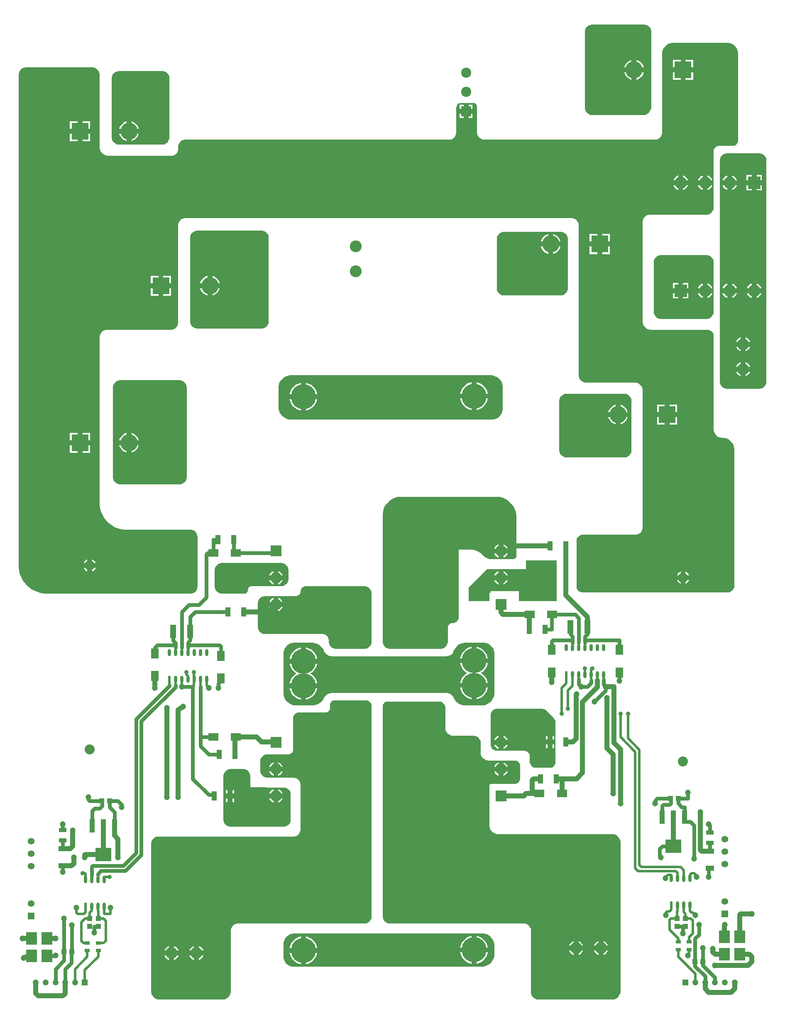
<source format=gtl>
G04 Layer_Physical_Order=1*
G04 Layer_Color=255*
%FSLAX24Y24*%
%MOIN*%
G70*
G01*
G75*
%ADD10O,0.0236X0.0571*%
%ADD11R,0.0236X0.0571*%
%ADD12R,0.0433X0.0728*%
%ADD13R,0.0591X0.0354*%
%ADD14R,0.0413X0.0315*%
%ADD15R,0.0453X0.1102*%
%ADD16R,0.0433X0.0394*%
%ADD17R,0.0394X0.0433*%
%ADD18R,0.0860X0.1022*%
%ADD19R,0.0394X0.1063*%
%ADD20R,0.1299X0.1063*%
%ADD21R,0.0787X0.0610*%
%ADD22R,0.0610X0.0787*%
%ADD23R,0.0236X0.0610*%
%ADD24O,0.0236X0.0610*%
%ADD25R,0.0689X0.0433*%
%ADD26C,0.0197*%
%ADD27C,0.0295*%
%ADD28C,0.0394*%
%ADD29C,0.0950*%
%ADD30C,0.0800*%
%ADD31C,0.2008*%
%ADD32C,0.1378*%
%ADD33R,0.1378X0.1378*%
%ADD34C,0.0906*%
%ADD35R,0.0906X0.0906*%
%ADD36R,0.0480X0.0480*%
%ADD37C,0.0480*%
%ADD38C,0.0984*%
%ADD39R,0.0984X0.0984*%
%ADD40R,0.0535X0.0535*%
%ADD41C,0.0535*%
%ADD42R,0.0810X0.0810*%
%ADD43C,0.0810*%
%ADD44C,0.0354*%
%ADD45C,0.0472*%
G36*
X58268Y70866D02*
X60827Y70866D01*
X60827Y70866D01*
X60827Y70866D01*
X60885Y70866D01*
X60999Y70843D01*
X61107Y70799D01*
X61203Y70734D01*
X61285Y70652D01*
X61350Y70555D01*
X61395Y70448D01*
X61417Y70334D01*
Y70276D01*
X61417Y52559D01*
X61417Y52559D01*
X61417Y52501D01*
X61395Y52387D01*
X61350Y52279D01*
X61285Y52183D01*
X61203Y52100D01*
X61107Y52036D01*
X60999Y51991D01*
X60885Y51968D01*
X60827Y51968D01*
X58268Y51968D01*
X58268Y51968D01*
X58210Y51968D01*
X58095Y51991D01*
X57988Y52036D01*
X57891Y52100D01*
X57809Y52183D01*
X57744Y52279D01*
X57700Y52387D01*
X57677Y52501D01*
Y52559D01*
X57677Y70228D01*
X57677Y70276D01*
X57677Y70276D01*
X57677Y70276D01*
X57677Y70334D01*
X57700Y70448D01*
X57744Y70555D01*
X57809Y70652D01*
X57891Y70734D01*
X57988Y70799D01*
X58095Y70843D01*
X58210Y70866D01*
X58268Y70866D01*
D02*
G37*
G36*
X14272Y52657D02*
X14330D01*
X14444Y52635D01*
X14551Y52590D01*
X14648Y52526D01*
X14730Y52443D01*
X14795Y52347D01*
X14840Y52239D01*
X14862Y52125D01*
Y52067D01*
X14862D01*
X14862Y52067D01*
X14862Y44882D01*
X14862Y44824D01*
X14840Y44710D01*
X14795Y44602D01*
X14730Y44505D01*
X14648Y44423D01*
X14551Y44359D01*
X14444Y44314D01*
X14330Y44291D01*
X14272Y44291D01*
X14272Y44291D01*
Y44291D01*
X9547Y44291D01*
X9489Y44291D01*
X9375Y44314D01*
X9268Y44359D01*
X9171Y44423D01*
X9089Y44505D01*
X9024Y44602D01*
X8979Y44710D01*
X8957Y44824D01*
Y44882D01*
X8957Y44882D01*
X8957Y52067D01*
X8957Y52125D01*
X8979Y52239D01*
X9024Y52347D01*
X9089Y52443D01*
X9171Y52526D01*
X9268Y52590D01*
X9375Y52635D01*
X9489Y52657D01*
X9547Y52657D01*
X9547Y52657D01*
X14272Y52657D01*
D02*
G37*
G36*
X19390Y21457D02*
X19390Y21457D01*
X19390Y21457D01*
X19448Y21457D01*
X19562Y21434D01*
X19669Y21389D01*
X19766Y21325D01*
X19848Y21243D01*
X19913Y21146D01*
X19958Y21038D01*
X19980Y20924D01*
X19980Y19980D01*
X21261D01*
X21300Y19977D01*
X21300Y19977D01*
X21300Y19977D01*
X21358Y19977D01*
X22715Y19977D01*
X22810Y19958D01*
X22918Y19913D01*
X23014Y19848D01*
X23096Y19766D01*
X23161Y19669D01*
X23206Y19562D01*
X23225Y19467D01*
X23225Y17344D01*
X23206Y17249D01*
X23161Y17142D01*
X23096Y17045D01*
X23014Y16963D01*
X22918Y16898D01*
X22810Y16853D01*
X22715Y16835D01*
X18328Y16835D01*
X18233Y16853D01*
X18126Y16898D01*
X18029Y16963D01*
X17947Y17045D01*
X17882Y17142D01*
X17838Y17249D01*
X17815Y17363D01*
X17815Y17421D01*
X17815Y20866D01*
X17815Y20866D01*
X17815Y20866D01*
X17815Y20924D01*
X17838Y21038D01*
X17882Y21146D01*
X17947Y21243D01*
X18029Y21325D01*
X18126Y21389D01*
X18233Y21434D01*
X18347Y21457D01*
X18406D01*
X19390Y21457D01*
D02*
G37*
G36*
X50000Y51575D02*
X50058Y51575D01*
X50172Y51552D01*
X50280Y51508D01*
X50376Y51443D01*
X50459Y51361D01*
X50523Y51264D01*
X50568Y51157D01*
X50591Y51042D01*
X50591Y50984D01*
X50591Y50984D01*
X50591Y50984D01*
X50591Y47047D01*
Y46989D01*
X50568Y46875D01*
X50523Y46768D01*
X50459Y46671D01*
X50376Y46589D01*
X50280Y46524D01*
X50172Y46479D01*
X50058Y46457D01*
X50000D01*
X45374Y46457D01*
X45316D01*
X45202Y46479D01*
X45094Y46524D01*
X44998Y46589D01*
X44915Y46671D01*
X44851Y46768D01*
X44806Y46875D01*
X44783Y46989D01*
X44783Y47047D01*
X44783Y47047D01*
X44783Y50984D01*
X44783Y51042D01*
X44806Y51157D01*
X44851Y51264D01*
X44915Y51361D01*
X44998Y51443D01*
X45094Y51508D01*
X45202Y51552D01*
X45316Y51575D01*
X45374Y51575D01*
X45374Y51575D01*
X50000Y51575D01*
D02*
G37*
G36*
X44587Y34941D02*
X41535D01*
Y35728D01*
X39272D01*
Y35581D01*
X39173D01*
Y34941D01*
X37504D01*
Y36027D01*
X38976Y37500D01*
X39194D01*
X39233Y37496D01*
X39233D01*
X39233D01*
X41043D01*
X41072Y37496D01*
X41072Y37496D01*
X41072Y37496D01*
X41111Y37500D01*
X42126Y37500D01*
Y38189D01*
X44587D01*
Y34941D01*
D02*
G37*
G36*
X53937Y79724D02*
X58268Y79724D01*
X58268Y79724D01*
X58268Y79724D01*
X58355Y79724D01*
X58526Y79690D01*
X58687Y79624D01*
X58832Y79527D01*
X58956Y79403D01*
X59053Y79258D01*
X59120Y79097D01*
X59154Y78926D01*
X59154Y78839D01*
X59154Y71949D01*
X59154Y71949D01*
Y71900D01*
X59135Y71805D01*
X59098Y71716D01*
X59044Y71635D01*
X58975Y71567D01*
X58895Y71513D01*
X58805Y71476D01*
X58710Y71457D01*
X57579Y71457D01*
X57579Y71457D01*
X57540Y71455D01*
X57464Y71440D01*
X57393Y71410D01*
X57329Y71367D01*
X57274Y71313D01*
X57232Y71249D01*
X57202Y71177D01*
X57187Y71102D01*
X57185Y71063D01*
X57185Y70965D01*
X57185Y66535D01*
X57185Y66535D01*
X57185Y66477D01*
X57162Y66363D01*
X57118Y66256D01*
X57053Y66159D01*
X56971Y66077D01*
X56874Y66012D01*
X56767Y65968D01*
X56653Y65945D01*
X56594Y65945D01*
X52067Y65945D01*
X52067Y65945D01*
X52009Y65942D01*
X51895Y65919D01*
X51789Y65875D01*
X51692Y65811D01*
X51610Y65729D01*
X51546Y65633D01*
X51502Y65526D01*
X51479Y65412D01*
X51476Y65354D01*
X51476Y57382D01*
X51480Y57314D01*
X51506Y57182D01*
X51558Y57057D01*
X51633Y56945D01*
X51728Y56849D01*
X51841Y56774D01*
X51965Y56723D01*
X52098Y56696D01*
X52165Y56693D01*
X56693Y56693D01*
X56693Y56693D01*
X56693Y56693D01*
X56741Y56693D01*
X56836Y56674D01*
X56926Y56637D01*
X57007Y56583D01*
X57075Y56515D01*
X57129Y56434D01*
X57166Y56344D01*
X57185Y56249D01*
X57185Y56201D01*
X57185Y48720D01*
X57188Y48653D01*
X57215Y48520D01*
X57266Y48396D01*
X57341Y48283D01*
X57437Y48188D01*
X57549Y48113D01*
X57674Y48061D01*
X57806Y48035D01*
X57874Y48032D01*
X57874Y48031D01*
X57874Y48031D01*
X57971Y48032D01*
X58161Y47994D01*
X58340Y47920D01*
X58502Y47812D01*
X58639Y47675D01*
X58746Y47514D01*
X58821Y47334D01*
X58858Y47144D01*
X58858Y47047D01*
X58858Y46654D01*
X58858Y36220D01*
X58858Y36220D01*
Y36160D01*
X58835Y36043D01*
X58789Y35933D01*
X58723Y35834D01*
X58639Y35750D01*
X58539Y35684D01*
X58429Y35638D01*
X58312Y35615D01*
X58253Y35616D01*
X46646Y35637D01*
X46598Y35637D01*
X46504Y35656D01*
X46416Y35693D01*
X46337Y35746D01*
X46269Y35813D01*
X46217Y35893D01*
X46180Y35981D01*
X46161Y36075D01*
X46161Y36122D01*
X46161Y39764D01*
X46161Y39764D01*
X46161D01*
X46161Y39812D01*
X46180Y39907D01*
X46217Y39997D01*
X46271Y40078D01*
X46340Y40146D01*
X46420Y40200D01*
X46510Y40237D01*
X46605Y40256D01*
X46654Y40256D01*
X50836Y40256D01*
X50886Y40256D01*
Y40256D01*
X50944Y40259D01*
X51057Y40281D01*
X51164Y40326D01*
X51261Y40390D01*
X51342Y40472D01*
X51407Y40568D01*
X51451Y40675D01*
X51474Y40789D01*
X51476Y40846D01*
X51476Y51870D01*
X51476Y51870D01*
X51476Y51870D01*
X51474Y51928D01*
X51451Y52042D01*
X51407Y52148D01*
X51342Y52245D01*
X51260Y52327D01*
X51164Y52391D01*
X51057Y52435D01*
X50944Y52458D01*
X50886Y52461D01*
X46949Y52461D01*
X46891Y52461D01*
X46777Y52483D01*
X46669Y52528D01*
X46572Y52592D01*
X46490Y52675D01*
X46425Y52771D01*
X46381Y52879D01*
X46358Y52993D01*
X46358Y53051D01*
X46358Y65059D01*
X46358Y65059D01*
X46358Y65059D01*
X46355Y65117D01*
X46333Y65231D01*
X46289Y65337D01*
X46224Y65434D01*
X46142Y65516D01*
X46046Y65580D01*
X45939Y65624D01*
X45826Y65647D01*
X45768Y65650D01*
X14764Y65650D01*
X14764Y65650D01*
X14706Y65647D01*
X14592Y65624D01*
X14485Y65580D01*
X14389Y65516D01*
X14307Y65434D01*
X14243Y65337D01*
X14199Y65230D01*
X14176Y65117D01*
X14173Y65059D01*
Y57283D01*
X14173Y57283D01*
X14173Y57225D01*
X14151Y57111D01*
X14106Y57004D01*
X14041Y56907D01*
X13959Y56825D01*
X13862Y56760D01*
X13755Y56716D01*
X13641Y56693D01*
X13583Y56693D01*
X8465Y56693D01*
X8465Y56693D01*
X8407Y56690D01*
X8293Y56667D01*
X8186Y56623D01*
X8090Y56559D01*
X8008Y56477D01*
X7944Y56381D01*
X7899Y56274D01*
X7877Y56160D01*
X7874Y56102D01*
X7874Y42816D01*
X7879Y42674D01*
X7916Y42393D01*
X7989Y42119D01*
X8097Y41858D01*
X8239Y41612D01*
X8411Y41387D01*
X8612Y41187D01*
X8837Y41015D01*
X9082Y40873D01*
X9344Y40765D01*
X9617Y40691D01*
X9898Y40654D01*
X10040Y40650D01*
X15157Y40650D01*
X15157Y40650D01*
X15157Y40650D01*
X15216Y40650D01*
X15330Y40627D01*
X15437Y40582D01*
X15534Y40518D01*
X15616Y40436D01*
X15681Y40339D01*
X15725Y40231D01*
X15748Y40117D01*
X15748Y40059D01*
X15748Y36122D01*
X15748Y36122D01*
X15748Y36064D01*
X15725Y35950D01*
X15681Y35842D01*
X15616Y35746D01*
X15534Y35664D01*
X15437Y35599D01*
X15330Y35554D01*
X15216Y35532D01*
X15158Y35532D01*
X9449Y35531D01*
X3642Y35532D01*
X3493D01*
X3199Y35570D01*
X2912Y35647D01*
X2638Y35761D01*
X2381Y35909D01*
X2146Y36090D01*
X1936Y36299D01*
X1755Y36535D01*
X1607Y36792D01*
X1493Y37066D01*
X1417Y37353D01*
X1378Y37647D01*
X1378Y37795D01*
X1378Y77118D01*
X1378Y77165D01*
X1378Y77165D01*
X1378Y77165D01*
X1378Y77165D01*
X1378Y77224D01*
X1401Y77338D01*
X1445Y77445D01*
X1510Y77542D01*
X1592Y77624D01*
X1689Y77689D01*
X1796Y77733D01*
X1910Y77756D01*
X1969Y77756D01*
X7283Y77756D01*
X7283Y77756D01*
X7283Y77756D01*
X7342Y77756D01*
X7456Y77733D01*
X7563Y77689D01*
X7660Y77624D01*
X7742Y77542D01*
X7807Y77445D01*
X7851Y77338D01*
X7874Y77224D01*
X7874Y77165D01*
X7874Y71358D01*
X7877Y71291D01*
X7904Y71158D01*
X7955Y71033D01*
X8030Y70921D01*
X8126Y70826D01*
X8238Y70751D01*
X8363Y70699D01*
X8495Y70673D01*
X8563Y70669D01*
X13633Y70669D01*
X13681Y70669D01*
X13681Y70669D01*
X13729Y70672D01*
X13824Y70690D01*
X13913Y70727D01*
X13993Y70781D01*
X14062Y70849D01*
X14115Y70929D01*
X14152Y71019D01*
X14171Y71113D01*
X14173Y71161D01*
X14173Y71311D01*
X14173Y71358D01*
X14173Y71358D01*
X14173Y71358D01*
X14173Y71358D01*
X14173Y71416D01*
X14196Y71531D01*
X14240Y71638D01*
X14305Y71735D01*
X14387Y71817D01*
X14484Y71882D01*
X14592Y71926D01*
X14706Y71949D01*
X14764Y71949D01*
X35925Y71949D01*
X35925Y71949D01*
Y71949D01*
X35983Y71952D01*
X36097Y71974D01*
X36204Y72019D01*
X36300Y72083D01*
X36382Y72165D01*
X36446Y72261D01*
X36490Y72368D01*
X36513Y72481D01*
X36516Y72539D01*
X36516Y74508D01*
X36516Y74508D01*
X36516Y74508D01*
X36518Y74557D01*
X36531Y74623D01*
X36561Y74694D01*
X36604Y74759D01*
X36658Y74814D01*
X36723Y74857D01*
X36795Y74886D01*
X36871Y74902D01*
X37894Y74902D01*
X37894Y74902D01*
X37894Y74902D01*
X37894D01*
X37940Y74898D01*
X37980Y74890D01*
X38034Y74868D01*
X38082Y74836D01*
X38123Y74795D01*
X38155Y74746D01*
X38178Y74692D01*
X38189Y74635D01*
X38189Y72539D01*
X38192Y72481D01*
X38214Y72368D01*
X38259Y72261D01*
X38323Y72165D01*
X38405Y72083D01*
X38501Y72019D01*
X38608Y71974D01*
X38722Y71952D01*
X38780Y71949D01*
X52411Y71949D01*
X52461Y71949D01*
X52461Y71949D01*
Y71949D01*
X52518Y71952D01*
X52632Y71974D01*
X52739Y72018D01*
X52835Y72083D01*
X52917Y72165D01*
X52981Y72261D01*
X53026Y72368D01*
X53048Y72481D01*
X53051Y72539D01*
X53051Y78791D01*
X53051Y78838D01*
X53051Y78838D01*
X53051Y78838D01*
X53051Y78926D01*
X53085Y79097D01*
X53152Y79258D01*
X53249Y79403D01*
X53372Y79527D01*
X53517Y79624D01*
X53679Y79690D01*
X53850Y79724D01*
X53937Y79724D01*
D02*
G37*
G36*
X9449Y77461D02*
X12894Y77461D01*
X12894Y77461D01*
X12894Y77461D01*
X12952Y77461D01*
X13066Y77438D01*
X13173Y77393D01*
X13270Y77329D01*
X13352Y77247D01*
X13417Y77150D01*
X13462Y77042D01*
X13484Y76928D01*
X13484Y76870D01*
X13484Y72146D01*
X13484Y72146D01*
X13484Y72087D01*
X13476Y72045D01*
X13436Y71971D01*
X13436Y71971D01*
X13392Y71864D01*
X13392Y71864D01*
X13372Y71799D01*
X13352Y71769D01*
X13270Y71687D01*
X13173Y71622D01*
X13066Y71578D01*
X12952Y71555D01*
X12894Y71555D01*
X9449Y71555D01*
X9391D01*
X9277Y71578D01*
X9169Y71622D01*
X9072Y71687D01*
X8990Y71769D01*
X8925Y71866D01*
X8881Y71973D01*
X8858Y72087D01*
Y72146D01*
X8858Y76823D01*
X8858Y76870D01*
X8858Y76870D01*
X8858Y76870D01*
X8858Y76870D01*
X8858Y76928D01*
X8881Y77042D01*
X8925Y77150D01*
X8990Y77247D01*
X9072Y77329D01*
X9169Y77393D01*
X9277Y77438D01*
X9391Y77461D01*
X9449Y77461D01*
D02*
G37*
G36*
X29306Y36099D02*
X29414Y36055D01*
X29510Y35990D01*
X29593Y35908D01*
X29657Y35811D01*
X29702Y35704D01*
X29724Y35590D01*
X29724Y35532D01*
X29724Y32283D01*
X29724Y31693D01*
X29724Y31693D01*
Y31635D01*
X29702Y31521D01*
X29657Y31413D01*
X29593Y31316D01*
X29510Y31234D01*
X29414Y31170D01*
X29306Y31125D01*
X29192Y31102D01*
X29134D01*
X26870Y31102D01*
X26812Y31102D01*
X26698Y31125D01*
X26590Y31170D01*
X26494Y31234D01*
X26411Y31316D01*
X26347Y31413D01*
X26302Y31521D01*
X26280Y31635D01*
X26280Y31693D01*
X26280Y31791D01*
X26280Y31791D01*
X26280Y31791D01*
X26277Y31840D01*
X26258Y31934D01*
X26221Y32023D01*
X26168Y32104D01*
X26100Y32172D01*
X26019Y32225D01*
X25930Y32262D01*
X25836Y32281D01*
X25787Y32283D01*
X21161Y32283D01*
X21161Y32283D01*
X21103Y32283D01*
X20989Y32306D01*
X20882Y32351D01*
X20785Y32415D01*
X20703Y32498D01*
X20638Y32594D01*
X20594Y32702D01*
X20571Y32816D01*
X20571Y32874D01*
X20571Y34697D01*
X20571Y34744D01*
X20571Y34744D01*
X20571Y34744D01*
X20571Y34802D01*
X20594Y34916D01*
X20638Y35024D01*
X20703Y35121D01*
X20785Y35203D01*
X20882Y35267D01*
X20989Y35312D01*
X21103Y35335D01*
X21161Y35335D01*
X23622Y35335D01*
X23661Y35337D01*
X23670Y35338D01*
X23736Y35352D01*
X23808Y35381D01*
X23872Y35424D01*
X23926Y35479D01*
X23969Y35543D01*
X23999Y35614D01*
X24014Y35690D01*
X24016Y35728D01*
X24016Y35767D01*
X24031Y35843D01*
X24061Y35915D01*
X24104Y35979D01*
X24158Y36034D01*
X24223Y36077D01*
X24295Y36107D01*
X24371Y36122D01*
X24409Y36122D01*
X29134Y36122D01*
X29134Y36122D01*
Y36122D01*
X29192Y36122D01*
X29306Y36099D01*
D02*
G37*
G36*
X38939Y31560D02*
X39101Y31494D01*
X39246Y31397D01*
X39369Y31273D01*
X39466Y31128D01*
X39533Y30967D01*
X39567Y30796D01*
X39567Y30709D01*
X39567Y27559D01*
X39567Y27559D01*
X39567Y27462D01*
X39529Y27272D01*
X39455Y27093D01*
X39347Y26932D01*
X39210Y26795D01*
X39049Y26687D01*
X38870Y26613D01*
X38680Y26575D01*
X38583Y26575D01*
X37132D01*
X36989Y26596D01*
X36850Y26638D01*
X36719Y26700D01*
X36598Y26780D01*
X36491Y26878D01*
X36399Y26989D01*
X36324Y27114D01*
X36296Y27181D01*
X36296D01*
X36296Y27181D01*
X36296Y27181D01*
X36277Y27222D01*
X36276Y27224D01*
X36231Y27299D01*
X36173Y27369D01*
X36106Y27429D01*
X36031Y27479D01*
X35949Y27518D01*
X35863Y27544D01*
X35774Y27557D01*
X35728Y27559D01*
X26542Y27559D01*
X26542Y27559D01*
X26482Y27557D01*
X26363Y27537D01*
X26249Y27499D01*
X26143Y27444D01*
X26046Y27371D01*
X25963Y27285D01*
X25895Y27186D01*
X25843Y27077D01*
X25824Y27020D01*
X25824Y27020D01*
X25790Y26969D01*
X25711Y26876D01*
X25621Y26793D01*
X25522Y26722D01*
X25415Y26664D01*
X25301Y26620D01*
X25182Y26590D01*
X25061Y26575D01*
X25000D01*
X23622Y26575D01*
X23622Y26575D01*
X23525D01*
X23335Y26613D01*
X23156Y26687D01*
X22995Y26795D01*
X22858Y26932D01*
X22750Y27093D01*
X22676Y27272D01*
X22638Y27462D01*
Y27559D01*
X22638Y30662D01*
X22638Y30709D01*
X22638Y30709D01*
X22638Y30709D01*
X22638Y30796D01*
X22672Y30967D01*
X22739Y31128D01*
X22836Y31273D01*
X22959Y31397D01*
X23104Y31494D01*
X23265Y31560D01*
X23436Y31594D01*
X23524Y31594D01*
X24902Y31594D01*
X24902Y31594D01*
X24902Y31594D01*
X24976Y31594D01*
X25124Y31574D01*
X25267Y31534D01*
X25403Y31474D01*
X25530Y31396D01*
X25646Y31302D01*
X25747Y31193D01*
X25832Y31071D01*
X25866Y31004D01*
X25882Y30952D01*
X25926Y30853D01*
X25986Y30763D01*
X26061Y30684D01*
X26146Y30618D01*
X26242Y30567D01*
X26345Y30532D01*
X26452Y30514D01*
X26506Y30512D01*
X35739Y30512D01*
X35784Y30513D01*
X35788Y30514D01*
X35872Y30527D01*
X35957Y30553D01*
X36037Y30592D01*
X36110Y30643D01*
X36174Y30704D01*
X36229Y30774D01*
X36272Y30850D01*
X36273Y30852D01*
X36290Y30893D01*
X36290Y30893D01*
X36290Y30893D01*
X36319Y30970D01*
X36399Y31113D01*
X36500Y31242D01*
X36619Y31355D01*
X36754Y31449D01*
X36902Y31521D01*
X37059Y31570D01*
X37221Y31594D01*
X37303Y31594D01*
X38681Y31594D01*
X38681Y31594D01*
X38681Y31594D01*
X38768Y31594D01*
X38939Y31560D01*
D02*
G37*
G36*
X35138Y26870D02*
X35186Y26870D01*
X35281Y26851D01*
X35371Y26814D01*
X35452Y26760D01*
X35520Y26692D01*
X35574Y26611D01*
X35611Y26522D01*
X35630Y26426D01*
X35630Y26378D01*
X35630Y26378D01*
X35630Y26378D01*
X35630Y24803D01*
X35633Y24736D01*
X35660Y24603D01*
X35711Y24478D01*
X35786Y24366D01*
X35882Y24271D01*
X35994Y24196D01*
X36119Y24144D01*
X36251Y24117D01*
X36319Y24114D01*
X37894Y24114D01*
X37952Y24114D01*
X38066Y24091D01*
X38173Y24047D01*
X38270Y23982D01*
X38352Y23900D01*
X38417Y23803D01*
X38462Y23696D01*
X38484Y23582D01*
X38484Y23524D01*
X38484Y23524D01*
X38484Y23524D01*
Y22736D01*
X38487Y22678D01*
X38510Y22565D01*
X38554Y22458D01*
X38618Y22362D01*
X38700Y22280D01*
X38796Y22215D01*
X38903Y22171D01*
X39017Y22149D01*
X39075Y22146D01*
X41240D01*
X41279Y22146D01*
X41355Y22131D01*
X41427Y22101D01*
X41491Y22058D01*
X41546Y22003D01*
X41589Y21938D01*
X41619Y21867D01*
X41632Y21799D01*
X41634Y21752D01*
Y21752D01*
X41634Y21752D01*
X41634Y21752D01*
X41634Y20669D01*
X41634Y20631D01*
X41619Y20554D01*
X41589Y20483D01*
X41546Y20418D01*
X41491Y20363D01*
X41427Y20320D01*
X41355Y20291D01*
X41279Y20276D01*
X41240Y20276D01*
X39370D01*
X39332Y20272D01*
X39261Y20242D01*
X39245Y20226D01*
X39173D01*
Y20079D01*
X39173Y20079D01*
Y16929D01*
X39177Y16862D01*
X39203Y16729D01*
X39255Y16604D01*
X39330Y16492D01*
X39425Y16397D01*
X39537Y16322D01*
X39662Y16270D01*
X39795Y16243D01*
X39862Y16240D01*
X49016Y16240D01*
X49084Y16240D01*
X49217Y16214D01*
X49342Y16162D01*
X49455Y16086D01*
X49551Y15990D01*
X49626Y15878D01*
X49678Y15752D01*
X49705Y15619D01*
X49705Y15551D01*
X49705Y15551D01*
X49705Y15551D01*
X49705Y9055D01*
X49705Y3642D01*
X49705Y3574D01*
X49678Y3441D01*
X49626Y3315D01*
X49551Y3203D01*
X49455Y3107D01*
X49342Y3031D01*
X49217Y2979D01*
X49084Y2953D01*
X49016Y2953D01*
X43110Y2953D01*
X43052D01*
X42938Y2975D01*
X42831Y3020D01*
X42734Y3085D01*
X42652Y3167D01*
X42587Y3264D01*
X42542Y3371D01*
X42520Y3485D01*
X42520Y3543D01*
X42520Y8465D01*
X42517Y8522D01*
X42494Y8636D01*
X42450Y8743D01*
X42386Y8839D01*
X42304Y8921D01*
X42208Y8985D01*
X42101Y9030D01*
X41987Y9052D01*
X41929Y9055D01*
X41929Y9055D01*
X41929Y9055D01*
X31201Y9055D01*
X31143Y9055D01*
X31029Y9078D01*
X30921Y9122D01*
X30824Y9187D01*
X30742Y9269D01*
X30677Y9366D01*
X30633Y9473D01*
X30610Y9588D01*
Y9646D01*
Y26476D01*
X30610Y26515D01*
X30625Y26591D01*
X30655Y26663D01*
X30698Y26727D01*
X30753Y26782D01*
X30817Y26825D01*
X30889Y26855D01*
X30965Y26870D01*
X31004Y26870D01*
X31004Y26870D01*
X35138Y26870D01*
D02*
G37*
G36*
X29376Y26950D02*
X29465Y26912D01*
X29546Y26859D01*
X29615Y26790D01*
X29668Y26709D01*
X29705Y26620D01*
X29724Y26525D01*
X29724Y26476D01*
X29724Y26476D01*
X29724Y26476D01*
X29724Y25984D01*
Y20768D01*
X29724Y9646D01*
X29724Y9588D01*
X29702Y9473D01*
X29657Y9366D01*
X29593Y9269D01*
X29510Y9187D01*
X29414Y9122D01*
X29306Y9078D01*
X29192Y9055D01*
X29134Y9055D01*
X18996Y9055D01*
X18938Y9052D01*
X18825Y9030D01*
X18718Y8985D01*
X18621Y8921D01*
X18540Y8839D01*
X18475Y8743D01*
X18431Y8636D01*
X18408Y8522D01*
X18406Y8465D01*
X18406Y8465D01*
X18406Y8465D01*
X18406Y3642D01*
X18406Y3574D01*
X18379Y3441D01*
X18327Y3315D01*
X18252Y3203D01*
X18156Y3107D01*
X18043Y3031D01*
X17917Y2979D01*
X17784Y2953D01*
X17717Y2953D01*
X17717Y2953D01*
X17717Y2953D01*
X12697Y2953D01*
X12629Y2953D01*
X12496Y2979D01*
X12371Y3031D01*
X12258Y3107D01*
X12162Y3203D01*
X12086Y3315D01*
X12034Y3441D01*
X12008Y3574D01*
Y3642D01*
X12008Y3642D01*
X12008Y9055D01*
Y15453D01*
Y15511D01*
X12031Y15625D01*
X12075Y15732D01*
X12140Y15829D01*
X12222Y15911D01*
X12319Y15976D01*
X12426Y16021D01*
X12540Y16043D01*
X12598D01*
X12598Y16043D01*
X23425Y16043D01*
X23483Y16046D01*
X23597Y16069D01*
X23704Y16113D01*
X23800Y16177D01*
X23882Y16259D01*
X23946Y16355D01*
X23990Y16462D01*
X24013Y16576D01*
X24016Y16634D01*
X24016Y16634D01*
X24016Y20177D01*
X24013Y20235D01*
X23990Y20349D01*
X23946Y20456D01*
X23882Y20552D01*
X23800Y20634D01*
X23704Y20698D01*
X23597Y20742D01*
X23483Y20765D01*
X23425Y20768D01*
X23425Y20768D01*
X23425Y20768D01*
X21358Y20768D01*
X21300Y20768D01*
X21186Y20790D01*
X21079Y20835D01*
X20982Y20900D01*
X20900Y20982D01*
X20835Y21079D01*
X20790Y21186D01*
X20768Y21300D01*
X20768Y21358D01*
X20768Y22047D01*
X20768Y22105D01*
X20790Y22220D01*
X20835Y22327D01*
X20900Y22424D01*
X20982Y22506D01*
X21079Y22571D01*
X21186Y22615D01*
X21300Y22638D01*
X21358D01*
X21358Y22638D01*
X23031Y22638D01*
X23070Y22640D01*
X23146Y22655D01*
X23217Y22684D01*
X23281Y22727D01*
X23336Y22782D01*
X23379Y22846D01*
X23408Y22917D01*
X23423Y22993D01*
X23425Y23031D01*
X23425Y23031D01*
X23425Y25591D01*
X23425Y25629D01*
X23440Y25705D01*
X23470Y25777D01*
X23513Y25842D01*
X23568Y25896D01*
X23632Y25939D01*
X23704Y25969D01*
X23780Y25984D01*
X23819Y25984D01*
X23819Y25984D01*
X25984Y25984D01*
X26023Y25986D01*
X26099Y26001D01*
X26170Y26031D01*
X26234Y26074D01*
X26289Y26128D01*
X26331Y26192D01*
X26361Y26264D01*
X26376Y26339D01*
X26378Y26378D01*
X26378Y26378D01*
X26378Y26575D01*
X26378Y26614D01*
X26393Y26690D01*
X26423Y26761D01*
X26466Y26826D01*
X26521Y26881D01*
X26585Y26924D01*
X26657Y26953D01*
X26733Y26968D01*
X26772Y26968D01*
X26772Y26969D01*
X29232Y26969D01*
X29281Y26969D01*
X29376Y26950D01*
D02*
G37*
G36*
X43365Y26280D02*
X43365Y26280D01*
X43365Y26280D01*
X43421Y26280D01*
X43532Y26257D01*
X43636Y26214D01*
X43730Y26151D01*
X44320Y25562D01*
X44320Y25562D01*
X44320Y25562D01*
X44360Y25522D01*
X44423Y25428D01*
X44466Y25323D01*
X44488Y25213D01*
X44488Y25156D01*
X44488Y22933D01*
X44488Y22047D01*
X44488Y22047D01*
Y21999D01*
X44469Y21904D01*
X44432Y21814D01*
X44378Y21734D01*
X44310Y21665D01*
X44229Y21611D01*
X44140Y21574D01*
X44045Y21555D01*
X43996D01*
X42913Y21555D01*
X42913Y21555D01*
X42865D01*
X42770Y21574D01*
X42680Y21611D01*
X42600Y21665D01*
X42531Y21734D01*
X42477Y21814D01*
X42440Y21904D01*
X42421Y21999D01*
X42421Y22047D01*
Y22441D01*
X42421Y22441D01*
X42421Y22441D01*
X42419Y22489D01*
X42400Y22584D01*
X42363Y22673D01*
X42310Y22753D01*
X42241Y22821D01*
X42161Y22875D01*
X42072Y22912D01*
X41977Y22931D01*
X41929Y22933D01*
X41318Y22933D01*
X41279Y22937D01*
X41279Y22937D01*
X41279Y22937D01*
X41240Y22937D01*
X39696D01*
X39620Y22952D01*
X39531Y22989D01*
X39450Y23043D01*
X39382Y23111D01*
X39328Y23192D01*
X39291Y23282D01*
X39275Y23358D01*
Y23524D01*
X39275Y23524D01*
X39275Y23582D01*
X39272Y23620D01*
X39272Y25787D01*
X39272Y25836D01*
X39291Y25931D01*
X39328Y26021D01*
X39382Y26101D01*
X39450Y26170D01*
X39531Y26224D01*
X39620Y26261D01*
X39715Y26280D01*
X39764D01*
X43365Y26280D01*
D02*
G37*
G36*
X52953Y62697D02*
X56594D01*
X56594Y62697D01*
X56594Y62697D01*
X56653D01*
X56767Y62674D01*
X56874Y62630D01*
X56971Y62565D01*
X57053Y62483D01*
X57118Y62386D01*
X57162Y62279D01*
X57185Y62164D01*
Y62106D01*
X57185Y58169D01*
X57185Y58169D01*
Y58111D01*
X57162Y57997D01*
X57118Y57890D01*
X57053Y57793D01*
X56971Y57711D01*
X56874Y57646D01*
X56767Y57601D01*
X56653Y57579D01*
X56594Y57579D01*
X52953Y57579D01*
X52895Y57579D01*
X52780Y57601D01*
X52673Y57646D01*
X52576Y57711D01*
X52494Y57793D01*
X52429Y57890D01*
X52385Y57997D01*
X52362Y58111D01*
Y58169D01*
X52362Y62059D01*
X52362Y62106D01*
X52362Y62106D01*
X52362Y62106D01*
X52362Y62106D01*
X52362Y62164D01*
X52385Y62279D01*
X52429Y62386D01*
X52494Y62483D01*
X52576Y62565D01*
X52673Y62630D01*
X52780Y62674D01*
X52895Y62697D01*
X52953Y62697D01*
D02*
G37*
G36*
X21038Y64643D02*
X21146Y64598D01*
X21243Y64534D01*
X21325Y64451D01*
X21389Y64355D01*
X21434Y64247D01*
X21457Y64133D01*
X21457Y64075D01*
X21457D01*
X21457Y57382D01*
Y57324D01*
X21434Y57210D01*
X21389Y57102D01*
X21325Y57005D01*
X21243Y56923D01*
X21146Y56859D01*
X21038Y56814D01*
X20924Y56791D01*
X20866D01*
X20866Y56791D01*
X20866Y56791D01*
X15748Y56791D01*
X15690Y56791D01*
X15576Y56814D01*
X15468Y56859D01*
X15372Y56923D01*
X15289Y57005D01*
X15225Y57102D01*
X15180Y57210D01*
X15157Y57324D01*
X15157Y57382D01*
X15157Y57382D01*
X15157Y64075D01*
X15157Y64133D01*
X15180Y64247D01*
X15225Y64355D01*
X15289Y64451D01*
X15372Y64534D01*
X15468Y64598D01*
X15576Y64643D01*
X15690Y64665D01*
X15748Y64665D01*
X15748Y64665D01*
X20866Y64665D01*
X20924D01*
X21038Y64643D01*
D02*
G37*
G36*
X45054Y64544D02*
X45162Y64500D01*
X45258Y64435D01*
X45341Y64353D01*
X45405Y64256D01*
X45450Y64149D01*
X45472Y64035D01*
X45472Y63976D01*
X45472Y63976D01*
X45472Y63976D01*
X45472Y60039D01*
Y59981D01*
X45450Y59867D01*
X45405Y59760D01*
X45341Y59663D01*
X45258Y59581D01*
X45162Y59516D01*
X45054Y59472D01*
X44940Y59449D01*
X44882Y59449D01*
X44882Y59449D01*
Y59449D01*
X40354Y59449D01*
X40296D01*
X40182Y59472D01*
X40075Y59516D01*
X39978Y59581D01*
X39896Y59663D01*
X39831Y59760D01*
X39786Y59867D01*
X39764Y59981D01*
Y60039D01*
X39764Y60039D01*
X39764Y63976D01*
X39764Y64035D01*
X39786Y64149D01*
X39831Y64256D01*
X39896Y64353D01*
X39978Y64435D01*
X40075Y64500D01*
X40182Y64544D01*
X40296Y64567D01*
X40354Y64567D01*
X40354Y64567D01*
X44882Y64567D01*
X44940Y64567D01*
X45054Y64544D01*
D02*
G37*
G36*
X39781Y43307D02*
X39781Y43307D01*
X39781Y43307D01*
X39849Y43307D01*
X39984Y43294D01*
X40118Y43267D01*
X40248Y43228D01*
X40374Y43176D01*
X40494Y43111D01*
X40607Y43036D01*
X40712Y42950D01*
X40760Y42901D01*
X40933Y42728D01*
X40933Y42728D01*
X40933Y42728D01*
X40933Y42728D01*
X40981Y42680D01*
X41067Y42575D01*
X41143Y42462D01*
X41207Y42342D01*
X41259Y42216D01*
X41299Y42086D01*
X41325Y41953D01*
X41339Y41817D01*
X41339Y41749D01*
X41339Y38583D01*
X41339Y38583D01*
X41339Y38554D01*
X41327Y38497D01*
X41305Y38443D01*
X41273Y38394D01*
X41232Y38353D01*
X41183Y38321D01*
X41129Y38299D01*
X41072Y38287D01*
X41043Y38287D01*
X39233D01*
X39076Y38319D01*
X38928Y38380D01*
X38795Y38469D01*
X38739Y38525D01*
X38595Y38669D01*
X38595Y38669D01*
X38595Y38669D01*
X38545Y38716D01*
X38440Y38802D01*
X38327Y38878D01*
X38207Y38942D01*
X38082Y38994D01*
X37952Y39033D01*
X37819Y39060D01*
X37683Y39073D01*
X37615Y39075D01*
X36713Y39075D01*
X36713Y33661D01*
X36713Y33661D01*
Y33613D01*
X36694Y33518D01*
X36657Y33428D01*
X36603Y33348D01*
X36534Y33279D01*
X36454Y33225D01*
X36364Y33188D01*
X36269Y33169D01*
X36220D01*
X36220Y33169D01*
X36182Y33167D01*
X36106Y33152D01*
X36035Y33123D01*
X35971Y33080D01*
X35916Y33025D01*
X35873Y32961D01*
X35844Y32890D01*
X35829Y32814D01*
X35827Y32776D01*
X35827Y31693D01*
X35827Y31693D01*
X35827Y31635D01*
X35804Y31521D01*
X35760Y31413D01*
X35695Y31316D01*
X35613Y31234D01*
X35516Y31170D01*
X35408Y31125D01*
X35294Y31102D01*
X35236Y31102D01*
X31201D01*
X31201Y31102D01*
X31143D01*
X31029Y31125D01*
X30921Y31170D01*
X30824Y31234D01*
X30742Y31316D01*
X30677Y31413D01*
X30633Y31521D01*
X30610Y31635D01*
Y31693D01*
Y41831D01*
X30610Y41831D01*
X30610Y41831D01*
Y41927D01*
X30635Y42119D01*
X30686Y42306D01*
X30760Y42485D01*
X30856Y42653D01*
X30974Y42806D01*
X31111Y42943D01*
X31265Y43061D01*
X31432Y43158D01*
X31611Y43232D01*
X31798Y43282D01*
X31990Y43307D01*
X32087D01*
X39781Y43307D01*
D02*
G37*
G36*
X47441Y81201D02*
X51575Y81201D01*
X51575Y81201D01*
X51575Y81201D01*
X51633Y81201D01*
X51747Y81178D01*
X51855Y81134D01*
X51951Y81069D01*
X52034Y80987D01*
X52098Y80890D01*
X52143Y80782D01*
X52165Y80668D01*
X52165Y80610D01*
Y74606D01*
X52165Y74606D01*
Y74538D01*
X52139Y74405D01*
X52087Y74280D01*
X52012Y74167D01*
X51916Y74071D01*
X51803Y73996D01*
X51677Y73944D01*
X51544Y73917D01*
X51476D01*
X47441Y73917D01*
X47441Y73917D01*
X47383Y73917D01*
X47269Y73940D01*
X47161Y73985D01*
X47064Y74049D01*
X46982Y74131D01*
X46918Y74228D01*
X46873Y74336D01*
X46850Y74450D01*
Y74508D01*
X46850Y80563D01*
X46850Y80610D01*
X46850Y80610D01*
X46850Y80610D01*
X46850Y80668D01*
X46873Y80782D01*
X46918Y80890D01*
X46982Y80987D01*
X47064Y81069D01*
X47161Y81134D01*
X47269Y81178D01*
X47383Y81201D01*
X47441Y81201D01*
D02*
G37*
G36*
X39272Y53051D02*
X39272Y53051D01*
X39369D01*
X39559Y53013D01*
X39738Y52939D01*
X39899Y52831D01*
X40036Y52694D01*
X40144Y52533D01*
X40218Y52354D01*
X40256Y52164D01*
X40256Y52067D01*
X40256Y50394D01*
X40256Y50394D01*
X40256Y50306D01*
X40222Y50135D01*
X40155Y49974D01*
X40058Y49829D01*
X39935Y49706D01*
X39790Y49609D01*
X39628Y49542D01*
X39457Y49508D01*
X39370Y49508D01*
X23228Y49508D01*
X23228Y49508D01*
X23131Y49508D01*
X22941Y49546D01*
X22762Y49620D01*
X22601Y49728D01*
X22464Y49865D01*
X22356Y50026D01*
X22282Y50205D01*
X22244Y50395D01*
X22244Y50492D01*
X22244Y52067D01*
X22244Y52067D01*
X22244Y52067D01*
X22244Y52164D01*
X22282Y52354D01*
X22356Y52533D01*
X22464Y52694D01*
X22601Y52831D01*
X22762Y52939D01*
X22941Y53013D01*
X23131Y53051D01*
X23228D01*
X39272Y53051D01*
X39272Y53051D01*
D02*
G37*
G36*
X23524Y8268D02*
X38583Y8268D01*
X38583Y8268D01*
Y8268D01*
X38680D01*
X38870Y8230D01*
X39049Y8156D01*
X39210Y8048D01*
X39347Y7911D01*
X39455Y7750D01*
X39529Y7571D01*
X39567Y7380D01*
Y7283D01*
X39567Y6594D01*
X39567Y6594D01*
X39567Y6498D01*
X39529Y6307D01*
X39455Y6128D01*
X39347Y5967D01*
X39210Y5830D01*
X39049Y5722D01*
X38870Y5648D01*
X38680Y5610D01*
X38583Y5610D01*
X23425Y5610D01*
X23348Y5610D01*
X23196Y5640D01*
X23052Y5700D01*
X22923Y5786D01*
X22814Y5896D01*
X22727Y6025D01*
X22668Y6168D01*
X22638Y6320D01*
X22638Y6398D01*
X22638Y7335D01*
X22638Y7382D01*
X22638Y7382D01*
X22638Y7382D01*
X22638Y7382D01*
X22638Y7469D01*
X22672Y7640D01*
X22739Y7801D01*
X22836Y7947D01*
X22959Y8070D01*
X23104Y8167D01*
X23265Y8234D01*
X23436Y8268D01*
X23524Y8268D01*
D02*
G37*
G36*
X22441Y37992D02*
X22441Y37992D01*
X22499Y37992D01*
X22613Y37969D01*
X22721Y37925D01*
X22817Y37860D01*
X22900Y37778D01*
X22964Y37681D01*
X23009Y37574D01*
X23031Y37460D01*
X23031Y37402D01*
X23031Y36713D01*
X23031Y36713D01*
Y36654D01*
X23009Y36540D01*
X22964Y36433D01*
X22900Y36336D01*
X22817Y36254D01*
X22721Y36189D01*
X22613Y36145D01*
X22518Y36126D01*
X21161Y36126D01*
X21103Y36126D01*
X21103Y36126D01*
X21103Y36126D01*
X21065Y36122D01*
X20079D01*
X20079Y36122D01*
X20050Y36121D01*
X19993Y36109D01*
X19940Y36087D01*
X19891Y36055D01*
X19850Y36014D01*
X19818Y35966D01*
X19796Y35912D01*
X19785Y35856D01*
X19783Y35827D01*
X19783Y35827D01*
Y35798D01*
X19772Y35741D01*
X19750Y35687D01*
X19718Y35639D01*
X19676Y35597D01*
X19628Y35565D01*
X19574Y35543D01*
X19517Y35531D01*
X17717Y35531D01*
X17717Y35531D01*
X17658Y35531D01*
X17544Y35554D01*
X17437Y35599D01*
X17340Y35663D01*
X17258Y35746D01*
X17193Y35842D01*
X17149Y35950D01*
X17126Y36064D01*
Y36122D01*
X17126Y37402D01*
X17126Y37402D01*
X17126Y37402D01*
X17126Y37460D01*
X17149Y37574D01*
X17193Y37681D01*
X17258Y37778D01*
X17340Y37860D01*
X17437Y37925D01*
X17544Y37969D01*
X17658Y37992D01*
X17717Y37992D01*
X22441Y37992D01*
X22441Y37992D01*
D02*
G37*
%LPC*%
G36*
X58268Y68307D02*
X57887D01*
X57898Y68269D01*
X57955Y68163D01*
X58031Y68070D01*
X58124Y67994D01*
X58230Y67937D01*
X58268Y67926D01*
Y68307D01*
D02*
G37*
G36*
X59043D02*
X58661D01*
Y67926D01*
X58699Y67937D01*
X58805Y67994D01*
X58898Y68070D01*
X58974Y68163D01*
X59031Y68269D01*
X59043Y68307D01*
D02*
G37*
G36*
X60236D02*
X59823D01*
Y67894D01*
X60236D01*
Y68307D01*
D02*
G37*
G36*
X61043D02*
X60630D01*
Y67894D01*
X61043D01*
Y68307D01*
D02*
G37*
G36*
X58268Y69082D02*
X58230Y69070D01*
X58124Y69014D01*
X58031Y68938D01*
X57955Y68845D01*
X57898Y68739D01*
X57887Y68701D01*
X58268D01*
Y69082D01*
D02*
G37*
G36*
X60236Y69114D02*
X59823D01*
Y68701D01*
X60236D01*
Y69114D01*
D02*
G37*
G36*
X58661Y69082D02*
Y68701D01*
X59043D01*
X59031Y68739D01*
X58974Y68845D01*
X58898Y68938D01*
X58805Y69014D01*
X58699Y69070D01*
X58661Y69082D01*
D02*
G37*
G36*
X61043Y69114D02*
X60630D01*
Y68701D01*
X61043D01*
Y69114D01*
D02*
G37*
G36*
X60107Y53346D02*
X59744D01*
Y52983D01*
X59775Y52993D01*
X59878Y53048D01*
X59969Y53122D01*
X60043Y53212D01*
X60098Y53315D01*
X60107Y53346D01*
D02*
G37*
G36*
X59350Y54103D02*
X59319Y54094D01*
X59216Y54039D01*
X59126Y53965D01*
X59052Y53874D01*
X58997Y53771D01*
X58987Y53740D01*
X59350D01*
Y54103D01*
D02*
G37*
G36*
X59744Y54103D02*
Y53740D01*
X60107D01*
X60098Y53771D01*
X60043Y53874D01*
X59969Y53965D01*
X59878Y54039D01*
X59775Y54094D01*
X59744Y54103D01*
D02*
G37*
G36*
X59350Y53346D02*
X58987D01*
X58997Y53315D01*
X59052Y53212D01*
X59126Y53122D01*
X59216Y53048D01*
X59319Y52993D01*
X59350Y52983D01*
Y53346D01*
D02*
G37*
G36*
X58661Y60420D02*
Y60039D01*
X59043D01*
X59031Y60077D01*
X58974Y60183D01*
X58898Y60276D01*
X58805Y60352D01*
X58699Y60409D01*
X58661Y60420D01*
D02*
G37*
G36*
X60236D02*
X60198Y60409D01*
X60092Y60352D01*
X59999Y60276D01*
X59923Y60183D01*
X59867Y60077D01*
X59855Y60039D01*
X60236D01*
Y60420D01*
D02*
G37*
G36*
X60630D02*
Y60039D01*
X61011D01*
X61000Y60077D01*
X60943Y60183D01*
X60867Y60276D01*
X60774Y60352D01*
X60668Y60409D01*
X60630Y60420D01*
D02*
G37*
G36*
X58268D02*
X58230Y60409D01*
X58124Y60352D01*
X58031Y60276D01*
X57955Y60183D01*
X57898Y60077D01*
X57887Y60039D01*
X58268D01*
Y60420D01*
D02*
G37*
G36*
X59744Y56103D02*
Y55740D01*
X60107D01*
X60098Y55771D01*
X60043Y55874D01*
X59969Y55965D01*
X59878Y56039D01*
X59775Y56094D01*
X59744Y56103D01*
D02*
G37*
G36*
X59350Y55346D02*
X58987D01*
X58997Y55315D01*
X59052Y55212D01*
X59126Y55122D01*
X59216Y55048D01*
X59319Y54993D01*
X59350Y54983D01*
Y55346D01*
D02*
G37*
G36*
X60107D02*
X59744D01*
Y54983D01*
X59775Y54993D01*
X59878Y55048D01*
X59969Y55122D01*
X60043Y55212D01*
X60098Y55315D01*
X60107Y55346D01*
D02*
G37*
G36*
X59350Y56103D02*
X59319Y56094D01*
X59216Y56039D01*
X59126Y55965D01*
X59052Y55874D01*
X58997Y55771D01*
X58987Y55740D01*
X59350D01*
Y56103D01*
D02*
G37*
G36*
X59043Y59646D02*
X58661D01*
Y59265D01*
X58699Y59276D01*
X58805Y59333D01*
X58898Y59409D01*
X58974Y59502D01*
X59031Y59608D01*
X59043Y59646D01*
D02*
G37*
G36*
X60236D02*
X59855D01*
X59867Y59608D01*
X59923Y59502D01*
X59999Y59409D01*
X60092Y59333D01*
X60198Y59276D01*
X60236Y59265D01*
Y59646D01*
D02*
G37*
G36*
X61011D02*
X60630D01*
Y59265D01*
X60668Y59276D01*
X60774Y59333D01*
X60867Y59409D01*
X60943Y59502D01*
X61000Y59608D01*
X61011Y59646D01*
D02*
G37*
G36*
X58268D02*
X57887D01*
X57898Y59608D01*
X57955Y59502D01*
X58031Y59409D01*
X58124Y59333D01*
X58230Y59276D01*
X58268Y59265D01*
Y59646D01*
D02*
G37*
G36*
X10039Y47441D02*
X9453D01*
X9487Y47327D01*
X9562Y47187D01*
X9663Y47064D01*
X9786Y46963D01*
X9926Y46889D01*
X10039Y46854D01*
Y47441D01*
D02*
G37*
G36*
X11020D02*
X10433D01*
Y46854D01*
X10547Y46889D01*
X10687Y46963D01*
X10810Y47064D01*
X10911Y47187D01*
X10985Y47327D01*
X11020Y47441D01*
D02*
G37*
G36*
X10433Y48421D02*
Y47835D01*
X11020D01*
X10985Y47948D01*
X10911Y48088D01*
X10810Y48211D01*
X10687Y48312D01*
X10547Y48387D01*
X10433Y48421D01*
D02*
G37*
G36*
X10039D02*
X9926Y48387D01*
X9786Y48312D01*
X9663Y48211D01*
X9562Y48088D01*
X9487Y47948D01*
X9453Y47835D01*
X10039D01*
Y48421D01*
D02*
G37*
G36*
X18681Y19094D02*
X18543D01*
Y18809D01*
X18681D01*
Y19094D01*
D02*
G37*
G36*
X18150Y19774D02*
X18012D01*
Y19488D01*
X18150D01*
Y19774D01*
D02*
G37*
G36*
X18681D02*
X18543D01*
Y19488D01*
X18681D01*
Y19774D01*
D02*
G37*
G36*
X22564Y19104D02*
X22224D01*
Y18765D01*
X22315Y18803D01*
X22435Y18894D01*
X22526Y19013D01*
X22564Y19104D01*
D02*
G37*
G36*
X21831D02*
X21491D01*
X21529Y19013D01*
X21620Y18894D01*
X21740Y18803D01*
X21831Y18765D01*
Y19104D01*
D02*
G37*
G36*
X18150Y19094D02*
X18012D01*
Y18809D01*
X18150D01*
Y19094D01*
D02*
G37*
G36*
X21831Y19838D02*
X21740Y19800D01*
X21620Y19708D01*
X21529Y19589D01*
X21491Y19498D01*
X21831D01*
Y19838D01*
D02*
G37*
G36*
X22224Y19838D02*
Y19498D01*
X22564D01*
X22526Y19589D01*
X22435Y19708D01*
X22315Y19800D01*
X22224Y19838D01*
D02*
G37*
G36*
X49311Y50685D02*
X49198Y50651D01*
X49057Y50576D01*
X48934Y50475D01*
X48834Y50352D01*
X48759Y50212D01*
X48724Y50098D01*
X49311D01*
Y50685D01*
D02*
G37*
G36*
X49705Y50685D02*
Y50098D01*
X50292D01*
X50257Y50212D01*
X50182Y50352D01*
X50081Y50475D01*
X49958Y50576D01*
X49818Y50651D01*
X49705Y50685D01*
D02*
G37*
G36*
X50292Y49705D02*
X49705D01*
Y49118D01*
X49818Y49152D01*
X49958Y49227D01*
X50081Y49328D01*
X50182Y49451D01*
X50257Y49591D01*
X50292Y49705D01*
D02*
G37*
G36*
X49311D02*
X48724D01*
X48759Y49591D01*
X48834Y49451D01*
X48934Y49328D01*
X49057Y49227D01*
X49198Y49152D01*
X49311Y49118D01*
Y49705D01*
D02*
G37*
G36*
X40295Y37338D02*
Y36998D01*
X40635D01*
X40597Y37089D01*
X40506Y37208D01*
X40386Y37300D01*
X40295Y37338D01*
D02*
G37*
G36*
X39902D02*
X39811Y37300D01*
X39691Y37208D01*
X39600Y37089D01*
X39562Y36998D01*
X39902D01*
Y37338D01*
D02*
G37*
G36*
Y36604D02*
X39562D01*
X39600Y36513D01*
X39691Y36394D01*
X39811Y36303D01*
X39902Y36265D01*
Y36604D01*
D02*
G37*
G36*
X40635D02*
X40295D01*
Y36265D01*
X40386Y36303D01*
X40506Y36394D01*
X40597Y36513D01*
X40635Y36604D01*
D02*
G37*
G36*
X7106Y47441D02*
X6496D01*
Y46831D01*
X7106D01*
Y47441D01*
D02*
G37*
G36*
X6102D02*
X5492D01*
Y46831D01*
X6102D01*
Y47441D01*
D02*
G37*
G36*
X7283Y38275D02*
Y37992D01*
X7566D01*
X7539Y38057D01*
X7456Y38165D01*
X7348Y38248D01*
X7283Y38275D01*
D02*
G37*
G36*
X54528Y37290D02*
X54463Y37264D01*
X54355Y37181D01*
X54272Y37072D01*
X54245Y37008D01*
X54528D01*
Y37290D01*
D02*
G37*
G36*
X6890Y38275D02*
X6825Y38248D01*
X6717Y38165D01*
X6634Y38057D01*
X6607Y37992D01*
X6890D01*
Y38275D01*
D02*
G37*
G36*
X7566Y37598D02*
X7283D01*
Y37316D01*
X7348Y37343D01*
X7456Y37426D01*
X7539Y37534D01*
X7566Y37598D01*
D02*
G37*
G36*
X54921Y37290D02*
Y37008D01*
X55204D01*
X55177Y37072D01*
X55094Y37181D01*
X54986Y37264D01*
X54921Y37290D01*
D02*
G37*
G36*
X6890Y37598D02*
X6607D01*
X6634Y37534D01*
X6717Y37426D01*
X6825Y37343D01*
X6890Y37316D01*
Y37598D01*
D02*
G37*
G36*
X54528Y36614D02*
X54245D01*
X54272Y36550D01*
X54355Y36442D01*
X54463Y36358D01*
X54528Y36332D01*
Y36614D01*
D02*
G37*
G36*
X55204D02*
X54921D01*
Y36332D01*
X54986Y36358D01*
X55094Y36442D01*
X55177Y36550D01*
X55204Y36614D01*
D02*
G37*
G36*
X56299Y68307D02*
X55918D01*
X55930Y68269D01*
X55986Y68163D01*
X56062Y68070D01*
X56155Y67994D01*
X56261Y67937D01*
X56299Y67926D01*
Y68307D01*
D02*
G37*
G36*
X54331D02*
X53950D01*
X53961Y68269D01*
X54018Y68163D01*
X54094Y68070D01*
X54187Y67994D01*
X54293Y67937D01*
X54331Y67926D01*
Y68307D01*
D02*
G37*
G36*
Y69082D02*
X54293Y69070D01*
X54187Y69014D01*
X54094Y68938D01*
X54018Y68845D01*
X53961Y68739D01*
X53950Y68701D01*
X54331D01*
Y69082D01*
D02*
G37*
G36*
X56299D02*
X56261Y69070D01*
X56155Y69014D01*
X56062Y68938D01*
X55986Y68845D01*
X55930Y68739D01*
X55918Y68701D01*
X56299D01*
Y69082D01*
D02*
G37*
G36*
X55106Y68307D02*
X54724D01*
Y67926D01*
X54762Y67937D01*
X54868Y67994D01*
X54961Y68070D01*
X55037Y68163D01*
X55094Y68269D01*
X55106Y68307D01*
D02*
G37*
G36*
X57074D02*
X56693D01*
Y67926D01*
X56731Y67937D01*
X56837Y67994D01*
X56930Y68070D01*
X57006Y68163D01*
X57063Y68269D01*
X57074Y68307D01*
D02*
G37*
G36*
X47835Y63386D02*
X47224D01*
Y62776D01*
X47835D01*
Y63386D01*
D02*
G37*
G36*
X48839D02*
X48228D01*
Y62776D01*
X48839D01*
Y63386D01*
D02*
G37*
G36*
X12598Y61043D02*
X11988D01*
Y60433D01*
X12598D01*
Y61043D01*
D02*
G37*
G36*
X13602D02*
X12992D01*
Y60433D01*
X13602D01*
Y61043D01*
D02*
G37*
G36*
X48839Y64390D02*
X48228D01*
Y63780D01*
X48839D01*
Y64390D01*
D02*
G37*
G36*
X47835D02*
X47224D01*
Y63780D01*
X47835D01*
Y64390D01*
D02*
G37*
G36*
X37826Y74751D02*
X37500D01*
Y74425D01*
X37826D01*
Y74751D01*
D02*
G37*
G36*
X54528Y77362D02*
X53917D01*
Y76752D01*
X54528D01*
Y77362D01*
D02*
G37*
G36*
X55532D02*
X54921D01*
Y76752D01*
X55532D01*
Y77362D01*
D02*
G37*
G36*
X37106Y74032D02*
X36780D01*
Y73705D01*
X37106D01*
Y74032D01*
D02*
G37*
G36*
X37826D02*
X37500D01*
Y73705D01*
X37826D01*
Y74032D01*
D02*
G37*
G36*
X37106Y74751D02*
X36780D01*
Y74425D01*
X37106D01*
Y74751D01*
D02*
G37*
G36*
X55532Y78366D02*
X54921D01*
Y77756D01*
X55532D01*
Y78366D01*
D02*
G37*
G36*
X54528D02*
X53917D01*
Y77756D01*
X54528D01*
Y78366D01*
D02*
G37*
G36*
X6102Y72441D02*
X5492D01*
Y71831D01*
X6102D01*
Y72441D01*
D02*
G37*
G36*
X7106D02*
X6496D01*
Y71831D01*
X7106D01*
Y72441D01*
D02*
G37*
G36*
X54724Y69082D02*
Y68701D01*
X55106D01*
X55094Y68739D01*
X55037Y68845D01*
X54961Y68938D01*
X54868Y69014D01*
X54762Y69070D01*
X54724Y69082D01*
D02*
G37*
G36*
X56693D02*
Y68701D01*
X57074D01*
X57063Y68739D01*
X57006Y68845D01*
X56930Y68938D01*
X56837Y69014D01*
X56731Y69070D01*
X56693Y69082D01*
D02*
G37*
G36*
X7106Y73445D02*
X6496D01*
Y72835D01*
X7106D01*
Y73445D01*
D02*
G37*
G36*
X6102D02*
X5492D01*
Y72835D01*
X6102D01*
Y73445D01*
D02*
G37*
G36*
X53248Y49705D02*
X52638D01*
Y49094D01*
X53248D01*
Y49705D01*
D02*
G37*
G36*
X54252D02*
X53642D01*
Y49094D01*
X54252D01*
Y49705D01*
D02*
G37*
G36*
X6102Y48445D02*
X5492D01*
Y47835D01*
X6102D01*
Y48445D01*
D02*
G37*
G36*
X7106D02*
X6496D01*
Y47835D01*
X7106D01*
Y48445D01*
D02*
G37*
G36*
X54252Y50709D02*
X53642D01*
Y50098D01*
X54252D01*
Y50709D01*
D02*
G37*
G36*
X53248D02*
X52638D01*
Y50098D01*
X53248D01*
Y50709D01*
D02*
G37*
G36*
X12598Y60039D02*
X11988D01*
Y59429D01*
X12598D01*
Y60039D01*
D02*
G37*
G36*
X13602D02*
X12992D01*
Y59429D01*
X13602D01*
Y60039D01*
D02*
G37*
G36*
X10039Y73421D02*
X9926Y73387D01*
X9786Y73312D01*
X9663Y73211D01*
X9562Y73088D01*
X9487Y72948D01*
X9453Y72835D01*
X10039D01*
Y73421D01*
D02*
G37*
G36*
X10433D02*
Y72835D01*
X11020D01*
X10985Y72948D01*
X10911Y73088D01*
X10810Y73211D01*
X10687Y73312D01*
X10547Y73387D01*
X10433Y73421D01*
D02*
G37*
G36*
X10039Y72441D02*
X9453D01*
X9487Y72327D01*
X9562Y72187D01*
X9663Y72064D01*
X9786Y71963D01*
X9926Y71889D01*
X10039Y71854D01*
Y72441D01*
D02*
G37*
G36*
X11020D02*
X10433D01*
Y71854D01*
X10547Y71889D01*
X10687Y71963D01*
X10810Y72064D01*
X10911Y72187D01*
X10985Y72327D01*
X11020Y72441D01*
D02*
G37*
G36*
X21831Y34459D02*
X21491D01*
X21529Y34368D01*
X21620Y34248D01*
X21740Y34157D01*
X21831Y34119D01*
Y34459D01*
D02*
G37*
G36*
X22564D02*
X22224D01*
Y34119D01*
X22315Y34157D01*
X22435Y34248D01*
X22526Y34368D01*
X22564Y34459D01*
D02*
G37*
G36*
X21831Y35192D02*
X21740Y35154D01*
X21620Y35063D01*
X21529Y34943D01*
X21491Y34852D01*
X21831D01*
Y35192D01*
D02*
G37*
G36*
X22224Y35192D02*
Y34852D01*
X22564D01*
X22526Y34943D01*
X22435Y35063D01*
X22315Y35154D01*
X22224Y35192D01*
D02*
G37*
G36*
X37736Y31254D02*
X37585Y31218D01*
X37422Y31150D01*
X37272Y31058D01*
X37137Y30943D01*
X37023Y30809D01*
X36930Y30659D01*
X36863Y30495D01*
X36826Y30344D01*
X37736D01*
Y31254D01*
D02*
G37*
G36*
X38130D02*
Y30344D01*
X39040D01*
X39004Y30495D01*
X38936Y30659D01*
X38844Y30809D01*
X38729Y30943D01*
X38595Y31058D01*
X38444Y31150D01*
X38281Y31218D01*
X38130Y31254D01*
D02*
G37*
G36*
X25339Y29911D02*
X24232D01*
X23126D01*
X23162Y29760D01*
X23229Y29597D01*
X23322Y29447D01*
X23436Y29312D01*
X23571Y29198D01*
X23650Y29149D01*
Y29099D01*
X23571Y29050D01*
X23436Y28936D01*
X23322Y28801D01*
X23229Y28651D01*
X23162Y28488D01*
X23126Y28337D01*
X24232D01*
X25339D01*
X25303Y28488D01*
X25235Y28651D01*
X25143Y28801D01*
X25028Y28936D01*
X24894Y29050D01*
X24814Y29099D01*
Y29149D01*
X24894Y29198D01*
X25028Y29312D01*
X25143Y29447D01*
X25235Y29597D01*
X25303Y29760D01*
X25339Y29911D01*
D02*
G37*
G36*
X39040Y29951D02*
X36826D01*
X36863Y29800D01*
X36930Y29637D01*
X37023Y29486D01*
X37137Y29352D01*
X37272Y29237D01*
X37351Y29188D01*
Y29138D01*
X37272Y29090D01*
X37137Y28975D01*
X37023Y28841D01*
X36930Y28690D01*
X36863Y28527D01*
X36826Y28376D01*
X39040D01*
X39004Y28527D01*
X38936Y28690D01*
X38844Y28841D01*
X38729Y28975D01*
X38595Y29090D01*
X38515Y29138D01*
Y29188D01*
X38595Y29237D01*
X38729Y29352D01*
X38844Y29486D01*
X38936Y29637D01*
X39004Y29800D01*
X39040Y29951D01*
D02*
G37*
G36*
X37736Y27982D02*
X36826D01*
X36863Y27831D01*
X36930Y27668D01*
X37023Y27518D01*
X37137Y27383D01*
X37272Y27269D01*
X37422Y27176D01*
X37585Y27109D01*
X37736Y27072D01*
Y27982D01*
D02*
G37*
G36*
X39040D02*
X38130D01*
Y27072D01*
X38281Y27109D01*
X38444Y27176D01*
X38595Y27269D01*
X38729Y27383D01*
X38844Y27518D01*
X38936Y27668D01*
X39004Y27831D01*
X39040Y27982D01*
D02*
G37*
G36*
X24035Y31215D02*
X23884Y31179D01*
X23721Y31111D01*
X23571Y31019D01*
X23436Y30904D01*
X23322Y30770D01*
X23229Y30619D01*
X23162Y30456D01*
X23126Y30305D01*
X24035D01*
Y31215D01*
D02*
G37*
G36*
X25339Y27943D02*
X24429D01*
Y27033D01*
X24580Y27069D01*
X24743Y27137D01*
X24894Y27229D01*
X25028Y27344D01*
X25143Y27478D01*
X25235Y27629D01*
X25303Y27792D01*
X25339Y27943D01*
D02*
G37*
G36*
X24429Y31215D02*
Y30305D01*
X25339D01*
X25303Y30456D01*
X25235Y30619D01*
X25143Y30770D01*
X25028Y30904D01*
X24894Y31019D01*
X24743Y31111D01*
X24580Y31179D01*
X24429Y31215D01*
D02*
G37*
G36*
X24035Y27943D02*
X23126D01*
X23162Y27792D01*
X23229Y27629D01*
X23322Y27478D01*
X23436Y27344D01*
X23571Y27229D01*
X23721Y27137D01*
X23884Y27069D01*
X24035Y27033D01*
Y27943D01*
D02*
G37*
G36*
X47933Y7647D02*
X47902Y7637D01*
X47799Y7582D01*
X47709Y7508D01*
X47634Y7418D01*
X47579Y7315D01*
X47570Y7283D01*
X47933D01*
Y7647D01*
D02*
G37*
G36*
X46327Y7647D02*
Y7283D01*
X46690D01*
X46681Y7315D01*
X46625Y7418D01*
X46551Y7508D01*
X46461Y7582D01*
X46358Y7637D01*
X46327Y7647D01*
D02*
G37*
G36*
X48327D02*
Y7283D01*
X48690D01*
X48681Y7315D01*
X48625Y7418D01*
X48551Y7508D01*
X48461Y7582D01*
X48358Y7637D01*
X48327Y7647D01*
D02*
G37*
G36*
X45933Y7647D02*
X45902Y7637D01*
X45799Y7582D01*
X45708Y7508D01*
X45634Y7418D01*
X45579Y7315D01*
X45570Y7283D01*
X45933D01*
Y7647D01*
D02*
G37*
G36*
X48690Y6890D02*
X48327D01*
Y6527D01*
X48358Y6536D01*
X48461Y6591D01*
X48551Y6665D01*
X48625Y6756D01*
X48681Y6859D01*
X48690Y6890D01*
D02*
G37*
G36*
X45933D02*
X45570D01*
X45579Y6859D01*
X45634Y6756D01*
X45708Y6665D01*
X45799Y6591D01*
X45902Y6536D01*
X45933Y6527D01*
Y6890D01*
D02*
G37*
G36*
X47933D02*
X47570D01*
X47579Y6859D01*
X47634Y6756D01*
X47709Y6665D01*
X47799Y6591D01*
X47902Y6536D01*
X47933Y6527D01*
Y6890D01*
D02*
G37*
G36*
X46690D02*
X46327D01*
Y6527D01*
X46358Y6536D01*
X46461Y6591D01*
X46551Y6665D01*
X46625Y6756D01*
X46681Y6859D01*
X46690Y6890D01*
D02*
G37*
G36*
X40295Y21983D02*
Y21644D01*
X40635D01*
X40597Y21735D01*
X40506Y21854D01*
X40386Y21945D01*
X40295Y21983D01*
D02*
G37*
G36*
X39902Y21983D02*
X39811Y21945D01*
X39691Y21854D01*
X39600Y21735D01*
X39562Y21644D01*
X39902D01*
Y21983D01*
D02*
G37*
G36*
Y21250D02*
X39562D01*
X39600Y21159D01*
X39691Y21040D01*
X39811Y20948D01*
X39902Y20910D01*
Y21250D01*
D02*
G37*
G36*
X40635D02*
X40295D01*
Y20910D01*
X40386Y20948D01*
X40506Y21040D01*
X40597Y21159D01*
X40635Y21250D01*
D02*
G37*
G36*
X13846Y7253D02*
Y6890D01*
X14210D01*
X14200Y6921D01*
X14145Y7024D01*
X14071Y7114D01*
X13981Y7188D01*
X13878Y7244D01*
X13846Y7253D01*
D02*
G37*
G36*
X15453D02*
X15422Y7244D01*
X15318Y7188D01*
X15228Y7114D01*
X15154Y7024D01*
X15099Y6921D01*
X15090Y6890D01*
X15453D01*
Y7253D01*
D02*
G37*
G36*
X13453D02*
X13422Y7244D01*
X13319Y7188D01*
X13228Y7114D01*
X13154Y7024D01*
X13099Y6921D01*
X13090Y6890D01*
X13453D01*
Y7253D01*
D02*
G37*
G36*
X15846D02*
Y6890D01*
X16210D01*
X16200Y6921D01*
X16145Y7024D01*
X16071Y7114D01*
X15981Y7188D01*
X15878Y7244D01*
X15846Y7253D01*
D02*
G37*
G36*
X13453Y6496D02*
X13090D01*
X13099Y6465D01*
X13154Y6362D01*
X13228Y6271D01*
X13319Y6197D01*
X13422Y6142D01*
X13453Y6133D01*
Y6496D01*
D02*
G37*
G36*
X15453D02*
X15090D01*
X15099Y6465D01*
X15154Y6362D01*
X15228Y6271D01*
X15318Y6197D01*
X15422Y6142D01*
X15453Y6133D01*
Y6496D01*
D02*
G37*
G36*
X14210D02*
X13846D01*
Y6133D01*
X13878Y6142D01*
X13981Y6197D01*
X14071Y6271D01*
X14145Y6362D01*
X14200Y6465D01*
X14210Y6496D01*
D02*
G37*
G36*
X16210D02*
X15846D01*
Y6133D01*
X15878Y6142D01*
X15981Y6197D01*
X16071Y6271D01*
X16145Y6362D01*
X16200Y6465D01*
X16210Y6496D01*
D02*
G37*
G36*
X21831Y21983D02*
X21740Y21945D01*
X21620Y21854D01*
X21529Y21735D01*
X21491Y21644D01*
X21831D01*
Y21983D01*
D02*
G37*
G36*
X22224Y21983D02*
Y21644D01*
X22564D01*
X22526Y21735D01*
X22435Y21854D01*
X22315Y21945D01*
X22224Y21983D01*
D02*
G37*
G36*
X21831Y21250D02*
X21491D01*
X21529Y21159D01*
X21620Y21040D01*
X21740Y20948D01*
X21831Y20910D01*
Y21250D01*
D02*
G37*
G36*
X22564D02*
X22224D01*
Y20910D01*
X22315Y20948D01*
X22435Y21040D01*
X22526Y21159D01*
X22564Y21250D01*
D02*
G37*
G36*
X40635Y23396D02*
X40295D01*
Y23056D01*
X40386Y23094D01*
X40506Y23185D01*
X40597Y23305D01*
X40635Y23396D01*
D02*
G37*
G36*
X39902D02*
X39562D01*
X39600Y23305D01*
X39691Y23185D01*
X39811Y23094D01*
X39902Y23056D01*
Y23396D01*
D02*
G37*
G36*
X40295Y24129D02*
Y23789D01*
X40635D01*
X40597Y23880D01*
X40506Y24000D01*
X40386Y24091D01*
X40295Y24129D01*
D02*
G37*
G36*
X43858Y24104D02*
X43720D01*
Y23819D01*
X43858D01*
Y24104D01*
D02*
G37*
G36*
X44390D02*
X44252D01*
Y23819D01*
X44390D01*
Y24104D01*
D02*
G37*
G36*
X43858Y23425D02*
X43720D01*
Y23140D01*
X43858D01*
Y23425D01*
D02*
G37*
G36*
X44390D02*
X44252D01*
Y23140D01*
X44390D01*
Y23425D01*
D02*
G37*
G36*
X39902Y24129D02*
X39811Y24091D01*
X39691Y24000D01*
X39600Y23880D01*
X39562Y23789D01*
X39902D01*
Y24129D01*
D02*
G37*
G36*
X54331Y60453D02*
X53917D01*
Y60039D01*
X54331D01*
Y60453D01*
D02*
G37*
G36*
X55138D02*
X54724D01*
Y60039D01*
X55138D01*
Y60453D01*
D02*
G37*
G36*
X56299Y60420D02*
X56261Y60409D01*
X56155Y60352D01*
X56062Y60276D01*
X55986Y60183D01*
X55930Y60077D01*
X55918Y60039D01*
X56299D01*
Y60420D01*
D02*
G37*
G36*
X56693D02*
Y60039D01*
X57074D01*
X57063Y60077D01*
X57006Y60183D01*
X56930Y60276D01*
X56837Y60352D01*
X56731Y60409D01*
X56693Y60420D01*
D02*
G37*
G36*
X54331Y59646D02*
X53917D01*
Y59232D01*
X54331D01*
Y59646D01*
D02*
G37*
G36*
X55138D02*
X54724D01*
Y59232D01*
X55138D01*
Y59646D01*
D02*
G37*
G36*
X56299D02*
X55918D01*
X55930Y59608D01*
X55986Y59502D01*
X56062Y59409D01*
X56155Y59333D01*
X56261Y59276D01*
X56299Y59265D01*
Y59646D01*
D02*
G37*
G36*
X57074D02*
X56693D01*
Y59265D01*
X56731Y59276D01*
X56837Y59333D01*
X56930Y59409D01*
X57006Y59502D01*
X57063Y59608D01*
X57074Y59646D01*
D02*
G37*
G36*
X16929Y61020D02*
Y60433D01*
X17516D01*
X17482Y60547D01*
X17407Y60687D01*
X17306Y60810D01*
X17183Y60911D01*
X17043Y60985D01*
X16929Y61020D01*
D02*
G37*
G36*
X16535D02*
X16422Y60985D01*
X16282Y60911D01*
X16159Y60810D01*
X16058Y60687D01*
X15983Y60547D01*
X15949Y60433D01*
X16535D01*
Y61020D01*
D02*
G37*
G36*
X17516Y60039D02*
X16929D01*
Y59453D01*
X17043Y59487D01*
X17183Y59562D01*
X17306Y59663D01*
X17407Y59786D01*
X17482Y59926D01*
X17516Y60039D01*
D02*
G37*
G36*
X16535D02*
X15949D01*
X15983Y59926D01*
X16058Y59786D01*
X16159Y59663D01*
X16282Y59562D01*
X16422Y59487D01*
X16535Y59453D01*
Y60039D01*
D02*
G37*
G36*
X43898Y64366D02*
X43784Y64332D01*
X43644Y64257D01*
X43521Y64156D01*
X43420Y64033D01*
X43345Y63893D01*
X43311Y63780D01*
X43898D01*
Y64366D01*
D02*
G37*
G36*
X44291D02*
Y63780D01*
X44878D01*
X44844Y63893D01*
X44769Y64033D01*
X44668Y64156D01*
X44545Y64257D01*
X44405Y64332D01*
X44291Y64366D01*
D02*
G37*
G36*
X43898Y63386D02*
X43311D01*
X43345Y63272D01*
X43420Y63132D01*
X43521Y63009D01*
X43644Y62908D01*
X43784Y62833D01*
X43898Y62799D01*
Y63386D01*
D02*
G37*
G36*
X44878D02*
X44291D01*
Y62799D01*
X44405Y62833D01*
X44545Y62908D01*
X44668Y63009D01*
X44769Y63132D01*
X44844Y63272D01*
X44878Y63386D01*
D02*
G37*
G36*
X40295Y39483D02*
Y39144D01*
X40635D01*
X40597Y39235D01*
X40506Y39354D01*
X40386Y39445D01*
X40295Y39483D01*
D02*
G37*
G36*
X39902Y38750D02*
X39562D01*
X39600Y38659D01*
X39691Y38540D01*
X39811Y38448D01*
X39902Y38410D01*
Y38750D01*
D02*
G37*
G36*
Y39483D02*
X39811Y39445D01*
X39691Y39354D01*
X39600Y39235D01*
X39562Y39144D01*
X39902D01*
Y39483D01*
D02*
G37*
G36*
X40635Y38750D02*
X40295D01*
Y38410D01*
X40386Y38448D01*
X40506Y38540D01*
X40597Y38659D01*
X40635Y38750D01*
D02*
G37*
G36*
X50591Y78343D02*
X50477Y78308D01*
X50337Y78233D01*
X50214Y78133D01*
X50113Y78010D01*
X50038Y77869D01*
X50004Y77756D01*
X50591D01*
Y78343D01*
D02*
G37*
G36*
X50984Y78343D02*
Y77756D01*
X51571D01*
X51537Y77869D01*
X51462Y78010D01*
X51361Y78133D01*
X51238Y78233D01*
X51098Y78308D01*
X50984Y78343D01*
D02*
G37*
G36*
X51571Y77362D02*
X50984D01*
Y76775D01*
X51098Y76810D01*
X51238Y76885D01*
X51361Y76986D01*
X51462Y77108D01*
X51537Y77249D01*
X51571Y77362D01*
D02*
G37*
G36*
X50591D02*
X50004D01*
X50038Y77249D01*
X50113Y77108D01*
X50214Y76986D01*
X50337Y76885D01*
X50477Y76810D01*
X50591Y76775D01*
Y77362D01*
D02*
G37*
G36*
X39040Y51181D02*
X38130D01*
Y50271D01*
X38281Y50308D01*
X38444Y50375D01*
X38595Y50467D01*
X38729Y50582D01*
X38844Y50716D01*
X38936Y50867D01*
X39004Y51030D01*
X39040Y51181D01*
D02*
G37*
G36*
X24035Y52445D02*
X23884Y52409D01*
X23721Y52341D01*
X23571Y52249D01*
X23436Y52134D01*
X23322Y52000D01*
X23229Y51850D01*
X23162Y51686D01*
X23126Y51535D01*
X24035D01*
Y52445D01*
D02*
G37*
G36*
X24429Y52445D02*
Y51535D01*
X25339D01*
X25303Y51686D01*
X25235Y51850D01*
X25143Y52000D01*
X25028Y52134D01*
X24894Y52249D01*
X24743Y52341D01*
X24580Y52409D01*
X24429Y52445D01*
D02*
G37*
G36*
X25339Y51142D02*
X24429D01*
Y50232D01*
X24580Y50268D01*
X24743Y50336D01*
X24894Y50428D01*
X25028Y50543D01*
X25143Y50677D01*
X25235Y50828D01*
X25303Y50991D01*
X25339Y51142D01*
D02*
G37*
G36*
X24035D02*
X23126D01*
X23162Y50991D01*
X23229Y50828D01*
X23322Y50677D01*
X23436Y50543D01*
X23571Y50428D01*
X23721Y50336D01*
X23884Y50268D01*
X24035Y50232D01*
Y51142D01*
D02*
G37*
G36*
X37736Y51181D02*
X36826D01*
X36863Y51030D01*
X36930Y50867D01*
X37023Y50716D01*
X37137Y50582D01*
X37272Y50467D01*
X37422Y50375D01*
X37585Y50308D01*
X37736Y50271D01*
Y51181D01*
D02*
G37*
G36*
Y52485D02*
X37585Y52448D01*
X37422Y52381D01*
X37272Y52288D01*
X37137Y52174D01*
X37023Y52039D01*
X36930Y51889D01*
X36863Y51726D01*
X36826Y51575D01*
X37736D01*
Y52485D01*
D02*
G37*
G36*
X38130D02*
Y51575D01*
X39040D01*
X39004Y51726D01*
X38936Y51889D01*
X38844Y52039D01*
X38729Y52174D01*
X38595Y52288D01*
X38444Y52381D01*
X38281Y52448D01*
X38130Y52485D01*
D02*
G37*
G36*
X24035Y8016D02*
X23884Y7980D01*
X23721Y7912D01*
X23571Y7820D01*
X23436Y7705D01*
X23322Y7571D01*
X23229Y7420D01*
X23162Y7257D01*
X23126Y7106D01*
X24035D01*
Y8016D01*
D02*
G37*
G36*
X24429Y8016D02*
Y7106D01*
X25339D01*
X25303Y7257D01*
X25235Y7420D01*
X25143Y7571D01*
X25028Y7705D01*
X24894Y7820D01*
X24743Y7912D01*
X24580Y7980D01*
X24429Y8016D01*
D02*
G37*
G36*
X37736Y8055D02*
X37585Y8019D01*
X37422Y7952D01*
X37272Y7859D01*
X37137Y7745D01*
X37023Y7610D01*
X36930Y7460D01*
X36863Y7297D01*
X36826Y7146D01*
X37736D01*
Y8055D01*
D02*
G37*
G36*
X38130D02*
Y7146D01*
X39040D01*
X39004Y7297D01*
X38936Y7460D01*
X38844Y7610D01*
X38729Y7745D01*
X38595Y7859D01*
X38444Y7952D01*
X38281Y8019D01*
X38130Y8055D01*
D02*
G37*
G36*
X39040Y6752D02*
X38130D01*
Y5842D01*
X38281Y5878D01*
X38444Y5946D01*
X38595Y6038D01*
X38729Y6153D01*
X38844Y6287D01*
X38936Y6438D01*
X39004Y6601D01*
X39040Y6752D01*
D02*
G37*
G36*
X25339Y6713D02*
X24429D01*
Y5803D01*
X24580Y5839D01*
X24743Y5907D01*
X24894Y5999D01*
X25028Y6114D01*
X25143Y6248D01*
X25235Y6398D01*
X25303Y6562D01*
X25339Y6713D01*
D02*
G37*
G36*
X24035D02*
X23126D01*
X23162Y6562D01*
X23229Y6398D01*
X23322Y6248D01*
X23436Y6114D01*
X23571Y5999D01*
X23721Y5907D01*
X23884Y5839D01*
X24035Y5803D01*
Y6713D01*
D02*
G37*
G36*
X37736Y6752D02*
X36826D01*
X36863Y6601D01*
X36930Y6438D01*
X37023Y6287D01*
X37137Y6153D01*
X37272Y6038D01*
X37422Y5946D01*
X37585Y5878D01*
X37736Y5842D01*
Y6752D01*
D02*
G37*
G36*
X22224Y37338D02*
Y36998D01*
X22564D01*
X22526Y37089D01*
X22435Y37208D01*
X22315Y37300D01*
X22224Y37338D01*
D02*
G37*
G36*
X22564Y36604D02*
X22224D01*
Y36265D01*
X22315Y36303D01*
X22435Y36394D01*
X22526Y36513D01*
X22564Y36604D01*
D02*
G37*
G36*
X21831Y37338D02*
X21740Y37300D01*
X21620Y37208D01*
X21529Y37089D01*
X21491Y36998D01*
X21831D01*
Y37338D01*
D02*
G37*
G36*
Y36604D02*
X21491D01*
X21529Y36513D01*
X21620Y36394D01*
X21740Y36303D01*
X21831Y36265D01*
Y36604D01*
D02*
G37*
%LPD*%
D10*
X16461Y30797D02*
D03*
X15961D02*
D03*
X15461D02*
D03*
X14961D02*
D03*
X14461D02*
D03*
X13961D02*
D03*
X13461D02*
D03*
X16461Y28652D02*
D03*
X15961D02*
D03*
X15461D02*
D03*
X14961D02*
D03*
X14461D02*
D03*
X13961D02*
D03*
X48350Y31191D02*
D03*
X47850D02*
D03*
X47350D02*
D03*
X46850D02*
D03*
X46350D02*
D03*
X45850D02*
D03*
X45350D02*
D03*
X48350Y29045D02*
D03*
X47850D02*
D03*
X47350D02*
D03*
X46850D02*
D03*
X46350D02*
D03*
X45850D02*
D03*
D11*
X13461Y28652D02*
D03*
X45350Y29045D02*
D03*
D12*
X17382Y39862D02*
D03*
X18642D02*
D03*
X18169Y34055D02*
D03*
X19429D02*
D03*
X17480Y22638D02*
D03*
X18740D02*
D03*
X17087Y19291D02*
D03*
X18346D02*
D03*
X43642Y32677D02*
D03*
X42382D02*
D03*
X45315Y39370D02*
D03*
X44055D02*
D03*
X44528Y20669D02*
D03*
X43268D02*
D03*
X45315Y23622D02*
D03*
X44055D02*
D03*
D13*
X56890Y16358D02*
D03*
Y15532D02*
D03*
X4921Y16555D02*
D03*
Y15728D02*
D03*
D14*
X6890Y7490D02*
D03*
Y6880D02*
D03*
X7776Y7490D02*
D03*
Y6880D02*
D03*
X54331Y7589D02*
D03*
Y6978D02*
D03*
X55217Y7589D02*
D03*
Y6978D02*
D03*
D15*
X13789Y32480D02*
D03*
X15148D02*
D03*
X45679Y32874D02*
D03*
X47037D02*
D03*
D16*
X7087Y8839D02*
D03*
Y9469D02*
D03*
X7776Y8839D02*
D03*
Y9469D02*
D03*
X54232Y8839D02*
D03*
Y9469D02*
D03*
X54923Y8839D02*
D03*
Y9469D02*
D03*
D17*
X8051Y18898D02*
D03*
X8681D02*
D03*
X53720Y19094D02*
D03*
X54350D02*
D03*
X5630Y6791D02*
D03*
X5000D02*
D03*
X55689Y6004D02*
D03*
X56319D02*
D03*
D18*
X2412Y6457D02*
D03*
X3652D02*
D03*
X2412Y7857D02*
D03*
X3652D02*
D03*
X58041Y6583D02*
D03*
X59281D02*
D03*
X58041Y7983D02*
D03*
X59281D02*
D03*
D19*
X9075Y16909D02*
D03*
X8169D02*
D03*
X7264D02*
D03*
X54843Y17598D02*
D03*
X53937D02*
D03*
X53032D02*
D03*
D20*
X8169Y14587D02*
D03*
X53937Y15276D02*
D03*
D21*
X17008Y38780D02*
D03*
X18819D02*
D03*
X17008Y24016D02*
D03*
X18819D02*
D03*
X44213Y33858D02*
D03*
X42402D02*
D03*
X45000Y19488D02*
D03*
X43189D02*
D03*
D22*
X12303Y30728D02*
D03*
Y28917D02*
D03*
X17618Y30531D02*
D03*
Y28720D02*
D03*
X44193Y31024D02*
D03*
Y29213D02*
D03*
X49606Y31024D02*
D03*
Y29213D02*
D03*
D23*
X6730Y10443D02*
D03*
X53778Y10541D02*
D03*
D24*
X7230Y10443D02*
D03*
X7730D02*
D03*
X8230D02*
D03*
X6730Y12589D02*
D03*
X7230D02*
D03*
X7730D02*
D03*
X8230D02*
D03*
X54278Y10541D02*
D03*
X54778D02*
D03*
X55278D02*
D03*
X53778Y12687D02*
D03*
X54278D02*
D03*
X54778D02*
D03*
X55278D02*
D03*
D25*
X4921Y13691D02*
D03*
Y15049D02*
D03*
X56890Y13494D02*
D03*
Y14852D02*
D03*
D26*
X6693Y4331D02*
X6693Y4331D01*
Y5315D01*
X7776Y6398D01*
Y6880D01*
X5906Y4331D02*
X5906Y4331D01*
X5906Y4331D02*
Y5413D01*
X6890Y6398D01*
Y6880D01*
X8366Y7677D02*
Y9252D01*
X8179Y7490D02*
X8366Y7677D01*
X8169Y9449D02*
X8366Y9252D01*
X7776Y7490D02*
X8179D01*
X6407Y7667D02*
Y9163D01*
Y7667D02*
X6585Y7490D01*
X6890D01*
X7795Y9449D02*
X8169D01*
X6713Y9469D02*
X7087D01*
X6407Y9163D02*
X6713Y9469D01*
X7776D02*
X7795Y9449D01*
X6594Y9843D02*
X6730Y9978D01*
X6102Y9843D02*
X6594D01*
X7776Y9469D02*
Y10039D01*
X7730Y10085D02*
X7776Y10039D01*
X7730Y10085D02*
Y10443D01*
X7087Y9469D02*
Y9941D01*
X7230Y10085D01*
Y10443D01*
X6730Y9978D02*
Y10443D01*
X6004Y9941D02*
X6102Y9843D01*
X6004Y9941D02*
Y10335D01*
X8230Y9880D02*
Y10443D01*
Y9880D02*
X8268Y9843D01*
X8760D01*
Y10335D01*
X13976Y28159D02*
Y28642D01*
X13967Y28150D02*
X13976Y28159D01*
X13461Y28173D02*
Y28652D01*
X7230Y12589D02*
Y12939D01*
X6693Y13091D02*
X6730Y13053D01*
Y12589D02*
Y13053D01*
X7730Y12589D02*
Y12947D01*
X6496Y13091D02*
X6693D01*
X8230Y12589D02*
Y12795D01*
X8661D01*
X16461Y28126D02*
Y28652D01*
Y28126D02*
X16634Y27953D01*
X15453Y28659D02*
X15461Y28652D01*
X15354Y28051D02*
X15453Y28150D01*
Y28659D02*
Y29232D01*
X14961Y28652D02*
Y28937D01*
X14852Y29045D02*
X14961Y28937D01*
X14852Y29045D02*
Y29242D01*
X14461Y28652D02*
X14468Y28644D01*
Y28051D02*
Y28644D01*
X14461Y30797D02*
Y31193D01*
X13961Y30797D02*
Y31185D01*
X14961Y30797D02*
Y31201D01*
X13961Y30797D02*
X13976Y30813D01*
X50295Y23917D02*
X51201Y23012D01*
Y13760D02*
Y23012D01*
Y13760D02*
X51378Y13583D01*
X49705Y24016D02*
X50886Y22835D01*
Y13484D02*
Y22835D01*
Y13484D02*
X51102Y13268D01*
X49705Y24016D02*
Y25886D01*
X50295Y23917D02*
Y25886D01*
X44980D02*
Y27953D01*
X45350Y28323D01*
X47850Y28559D02*
Y29045D01*
X45472Y26280D02*
Y27756D01*
X45850Y28134D01*
Y29045D01*
X45350Y28323D02*
Y29045D01*
X55512Y8268D02*
Y9301D01*
X55217Y7972D02*
X55512Y8268D01*
X55217Y7589D02*
Y7972D01*
X55344Y9469D02*
X55512Y9301D01*
X54232Y9469D02*
Y10039D01*
X54278Y10085D01*
Y10541D01*
X54923Y9469D02*
Y9841D01*
X54778Y9986D02*
X54923Y9841D01*
X54778Y9986D02*
Y10541D01*
X55278Y10077D02*
Y10541D01*
Y10077D02*
X55413Y9941D01*
X55512D01*
X55709Y9744D01*
X54923Y9469D02*
X55344D01*
X53778Y10175D02*
Y10541D01*
X53642Y10039D02*
X53778Y10175D01*
X53445Y10039D02*
X53642D01*
X53346Y9941D02*
X53445Y10039D01*
X53346Y9744D02*
Y9941D01*
X53760Y9469D02*
X54232D01*
X53642Y9350D02*
X53760Y9469D01*
X53642Y8563D02*
Y9350D01*
Y8563D02*
X54331Y7874D01*
Y7589D02*
Y7874D01*
X55217Y6594D02*
Y6978D01*
X55118Y6496D02*
X55217Y6594D01*
X54331Y6398D02*
X55709Y5020D01*
Y4331D02*
Y5020D01*
X54331Y6398D02*
Y6978D01*
X51378Y13583D02*
X54528D01*
X51102Y13268D02*
X54154D01*
X53778Y12687D02*
Y12953D01*
X53504D02*
X53778D01*
X53297Y12746D02*
X53504Y12953D01*
X54154Y13268D02*
X54278Y13144D01*
X54528Y13583D02*
X54778Y13333D01*
X53297Y12697D02*
Y12746D01*
X55807Y12795D02*
Y12894D01*
X55610Y13091D02*
X55807Y12894D01*
X55413Y13091D02*
X55610D01*
X55278Y12955D02*
X55413Y13091D01*
X55278Y12687D02*
Y12955D01*
X54778Y12687D02*
Y13333D01*
X54278Y12687D02*
Y13144D01*
X47358Y29527D02*
X47441D01*
X47350Y29520D02*
X47358Y29527D01*
X45669Y32864D02*
X45679Y32874D01*
X45850Y31191D02*
Y31579D01*
X46350Y31191D02*
Y31587D01*
Y28650D02*
Y29045D01*
X48350Y28618D02*
Y29045D01*
X46850D02*
Y29528D01*
Y31191D02*
Y31594D01*
X15961Y28067D02*
Y28652D01*
X47350Y28551D02*
Y29520D01*
X15453Y28150D02*
Y28659D01*
D27*
X7431Y8317D02*
Y8839D01*
X5630Y6791D02*
Y8937D01*
X5000Y9429D02*
X5020Y9449D01*
X5000Y6791D02*
Y9429D01*
X3652Y6457D02*
X4291D01*
X4331Y6496D01*
X5610Y5905D02*
Y6791D01*
X5118Y5413D02*
X5610Y5905D01*
X5118Y4331D02*
Y5413D01*
X5020Y6102D02*
Y6791D01*
X4331Y5413D02*
X5020Y6102D01*
X4331Y4331D02*
Y5413D01*
X13967Y28041D02*
Y28150D01*
X11220Y25295D02*
X13967Y28041D01*
X11220Y14567D02*
Y25295D01*
X13461Y28126D02*
Y28173D01*
X8681Y18898D02*
X9350D01*
X9646Y18602D01*
X16634Y22638D02*
X17480D01*
X15961Y23311D02*
X16634Y22638D01*
X15961Y23311D02*
Y24016D01*
X17480Y22638D02*
X17480Y22638D01*
X15354Y20669D02*
Y28051D01*
Y20669D02*
X16634Y19390D01*
X16988D01*
X7972Y13287D02*
X9941D01*
X7730Y13045D02*
X7972Y13287D01*
X7730Y12947D02*
Y13045D01*
X7230Y12939D02*
Y13628D01*
X8661Y18406D02*
Y18898D01*
Y18406D02*
X9075Y17992D01*
Y16909D02*
Y17992D01*
X8071Y18504D02*
Y18898D01*
X7874Y18307D02*
X8071Y18504D01*
X7480Y18307D02*
X7874D01*
X7264Y18091D02*
X7480Y18307D01*
X7264Y16909D02*
Y18091D01*
X9646Y18406D02*
Y18602D01*
X6988Y18996D02*
Y19193D01*
Y18996D02*
X7087Y18898D01*
X8051D01*
X54626Y18406D02*
X54823D01*
X54350Y18681D02*
X54626Y18406D01*
X54350Y18681D02*
Y19094D01*
X53740Y18701D02*
Y19094D01*
X53642Y18602D02*
X53740Y18701D01*
X53150Y18602D02*
X53642D01*
X53720Y19094D02*
X53740D01*
X52657D02*
X53720D01*
X53032Y18484D02*
X53150Y18602D01*
X53032Y17598D02*
Y18484D01*
X52461Y18701D02*
Y18898D01*
X52657Y19094D01*
X55118D02*
Y19547D01*
X54350Y19094D02*
X55118D01*
X56791Y17028D02*
X56890Y16929D01*
X4921Y13189D02*
Y13691D01*
Y16555D02*
Y17028D01*
Y15049D02*
Y15728D01*
X16988Y19390D02*
X17087Y19291D01*
X14468Y28051D02*
X15354D01*
X17618Y28720D02*
X17717Y28622D01*
X15551Y34055D02*
X18169D01*
X15157Y33661D02*
X15551Y34055D01*
X15157Y32490D02*
Y33661D01*
X15148Y32480D02*
X15157Y32490D01*
X16535Y38780D02*
X17008D01*
X16437Y38681D02*
X16535Y38780D01*
X16437Y35236D02*
Y38681D01*
X15846Y34646D02*
X16437Y35236D01*
X21860Y38780D02*
X22028Y38947D01*
X18819Y38780D02*
X21860D01*
X18642Y38957D02*
Y39862D01*
Y38957D02*
X18819Y38780D01*
X17008Y39862D02*
X17382D01*
X17008Y38780D02*
Y39862D01*
X15059Y34646D02*
X15846D01*
X14468Y34055D02*
X15059Y34646D01*
X14468Y31201D02*
Y34055D01*
X14461Y31193D02*
X14468Y31201D01*
X13789Y31750D02*
X13961Y31579D01*
X13789Y31750D02*
Y32480D01*
X14961Y31398D02*
Y31594D01*
Y31201D02*
Y31398D01*
X17520D01*
X15148Y31781D02*
Y32480D01*
X14961Y31594D02*
X15148Y31781D01*
X17618Y30531D02*
Y31299D01*
X17520Y31398D02*
X17618Y31299D01*
X44193Y33839D02*
X44213Y33858D01*
X44193Y32677D02*
Y33839D01*
X43642Y32677D02*
X44193D01*
X49606Y28543D02*
Y29016D01*
X49705Y29114D01*
X49606Y29213D02*
X49705Y29114D01*
X48524Y27756D02*
Y28043D01*
X48435Y27667D02*
X48524Y27756D01*
X48414Y27667D02*
X48435D01*
X47617Y26870D02*
X48414Y27667D01*
X47350Y28354D02*
Y28551D01*
X47047Y28051D02*
X47350Y28354D01*
X46555Y28051D02*
X47047D01*
X55689Y6004D02*
Y7854D01*
X56004Y8169D01*
X56299Y7087D02*
X56319Y7067D01*
Y6004D02*
Y7067D01*
X56004Y8169D02*
Y8957D01*
X54724Y8839D02*
X54923D01*
X54232D02*
X54724D01*
Y8268D02*
Y8839D01*
X55689Y5630D02*
X56496Y4823D01*
X55689Y5630D02*
Y6004D01*
X56496Y4331D02*
Y4823D01*
X56319Y5689D02*
X57283Y4724D01*
X56319Y5689D02*
Y6004D01*
X57283Y4331D02*
Y4724D01*
X55610Y14272D02*
Y16929D01*
X55315Y17224D02*
X55610Y16929D01*
X54843Y17224D02*
X55315D01*
X54843D02*
Y17598D01*
X52854Y14468D02*
X52953Y14370D01*
X52854Y14468D02*
Y15059D01*
X53071Y15276D01*
X53937D01*
X54843Y17598D02*
Y18386D01*
X56791Y12795D02*
Y13396D01*
X56890Y13494D01*
Y14852D02*
Y15532D01*
Y16358D02*
Y16929D01*
X48350Y28224D02*
X48524Y28051D01*
X48350Y28224D02*
Y28618D01*
X46358Y28248D02*
X46555Y28051D01*
X46850Y32087D02*
X47037Y32274D01*
Y32874D01*
X45669Y32864D02*
Y32874D01*
X49606Y31024D02*
Y31791D01*
X46900D02*
X49606D01*
X46850Y31841D02*
X46900Y31791D01*
X46850Y31841D02*
Y32087D01*
X44193Y31024D02*
Y31693D01*
X45669Y32283D02*
Y32864D01*
Y32283D02*
X45850Y32102D01*
Y31579D02*
Y31791D01*
Y32102D01*
X46350Y28453D02*
Y28650D01*
Y28453D02*
X46358Y28445D01*
Y28248D02*
Y28445D01*
X44193Y31693D02*
X44291Y31791D01*
X45850D01*
X46850Y31594D02*
Y31841D01*
X46350Y31587D02*
Y33571D01*
X46063Y33858D02*
X46350Y33571D01*
X44213Y33858D02*
X46063D01*
X15961Y24016D02*
X17008D01*
X15961D02*
Y28067D01*
X1772Y6299D02*
X1929Y6457D01*
X2412D01*
X7230Y13628D02*
X7303Y13701D01*
X9764D01*
X10807Y25472D02*
X13461Y28126D01*
X9764Y13701D02*
X10807Y14744D01*
Y25472D01*
X9941Y13287D02*
X11220Y14567D01*
X17421Y27953D02*
Y28327D01*
X17717Y28622D01*
X12500Y31398D02*
X13961D01*
X12303Y31201D02*
X12500Y31398D01*
X12303Y30728D02*
Y31201D01*
X13961Y31185D02*
Y31398D01*
Y31579D01*
D28*
X3669Y7874D02*
X4331D01*
X3652Y7857D02*
X3669Y7874D01*
X14173Y26181D02*
X14567Y26476D01*
X14173Y19193D02*
Y26181D01*
X13287Y19193D02*
Y26378D01*
X9075Y16122D02*
X9350Y15846D01*
Y14370D02*
Y15846D01*
X6693Y14370D02*
Y14567D01*
X6713Y14587D02*
X8169D01*
X6693Y14567D02*
X6713Y14587D01*
X9075Y16122D02*
Y16909D01*
X8169Y14587D02*
Y16909D01*
X5709Y15256D02*
Y16535D01*
X5502Y15049D02*
X5709Y15256D01*
X4921Y15049D02*
X5502D01*
X5807Y13878D02*
Y14370D01*
X5620Y13691D02*
X5807Y13878D01*
X4921Y13691D02*
X5620D01*
X12303Y27953D02*
Y28917D01*
X19429Y34055D02*
X21427D01*
X22028Y34655D01*
X47037Y32874D02*
Y33671D01*
X45315Y35394D02*
X47037Y33671D01*
X40098Y34016D02*
Y34655D01*
Y34016D02*
X40256Y33858D01*
X42402D01*
X42382Y33839D02*
X42402Y33858D01*
X42382Y32677D02*
Y33839D01*
X49173Y23563D02*
X49705Y23031D01*
Y18701D02*
Y23031D01*
X49173Y23563D02*
Y28051D01*
X48524D02*
X49173D01*
X49114Y19488D02*
Y22638D01*
X48622Y23130D02*
X49114Y22638D01*
X48622Y23130D02*
Y27165D01*
X46654Y26835D02*
X47850Y28032D01*
X46654Y21161D02*
Y26835D01*
X46142Y23898D02*
Y27441D01*
X46161Y27461D01*
X45866Y23622D02*
X46142Y23898D01*
X46161Y20669D02*
X46654Y21161D01*
X47850Y28032D02*
Y28559D01*
X45315Y23622D02*
X45866D01*
X59941Y5709D02*
X60236Y6004D01*
X57283Y5709D02*
X59941D01*
X56791Y3543D02*
X58563D01*
X56496Y3839D02*
X56791Y3543D01*
X58563D02*
X58861Y3842D01*
Y4331D01*
X56496Y3839D02*
Y4331D01*
X56102Y14961D02*
X56211Y14852D01*
X56102Y14961D02*
Y18012D01*
X53937Y15276D02*
Y17598D01*
X56211Y14852D02*
X56890D01*
X59350Y9843D02*
X60236D01*
X58041Y8927D02*
X58071Y8957D01*
X59281Y7983D02*
Y9774D01*
X59350Y9843D01*
X58041Y7983D02*
Y8927D01*
X57294Y6583D02*
X58041D01*
X57126Y6752D02*
X57294Y6583D01*
X57126Y6752D02*
Y7028D01*
X59281Y6583D02*
X60050D01*
X60236Y6398D01*
Y6004D02*
Y6398D01*
X42618Y19488D02*
X43189D01*
X42126D02*
X42618D01*
X40098Y19301D02*
X41939D01*
X42126Y19488D01*
X42618D02*
Y20571D01*
X42717Y20669D02*
X43268D01*
X42618Y20571D02*
X42717Y20669D01*
X44980D02*
X46161D01*
X44528D02*
X44980D01*
X45000Y20650D01*
Y19488D02*
Y20650D01*
X45315Y35394D02*
Y39370D01*
X41142D02*
X44055D01*
X40718Y38947D02*
X41142Y39370D01*
X40098Y38947D02*
X40718D01*
X44193Y28445D02*
Y29213D01*
X18740Y22638D02*
Y23937D01*
X18819Y24016D01*
X20472D01*
X20866Y23622D01*
X21998D01*
X22028Y23593D01*
X2753Y3448D02*
Y4331D01*
Y3448D02*
X2953Y3248D01*
X4921D01*
X5118Y3445D01*
Y4331D01*
X1691Y7857D02*
X2412D01*
X1673Y7874D02*
X1691Y7857D01*
D29*
X46130Y7087D02*
D03*
X48130D02*
D03*
X28445Y63386D02*
D03*
Y61386D02*
D03*
X13650Y6693D02*
D03*
X15650D02*
D03*
X59547Y53543D02*
D03*
Y55543D02*
D03*
D30*
X7087Y23031D02*
D03*
Y37795D02*
D03*
X54724Y22047D02*
D03*
Y36811D02*
D03*
D31*
X24232Y51339D02*
D03*
Y30108D02*
D03*
X37933Y30148D02*
D03*
Y51378D02*
D03*
X24232Y28140D02*
D03*
Y6909D02*
D03*
X37933Y6949D02*
D03*
Y28179D02*
D03*
D32*
X10236Y47638D02*
D03*
Y72638D02*
D03*
X49508Y49902D02*
D03*
X44094Y63583D02*
D03*
X50787Y77559D02*
D03*
X16732Y60236D02*
D03*
D33*
X6299Y47638D02*
D03*
Y72638D02*
D03*
X53445Y49902D02*
D03*
X48032Y63583D02*
D03*
X54724Y77559D02*
D03*
X12795Y60236D02*
D03*
D34*
X40098Y23593D02*
D03*
Y21447D02*
D03*
X22028Y19301D02*
D03*
Y21447D02*
D03*
Y34655D02*
D03*
Y36801D02*
D03*
X40098Y38947D02*
D03*
Y36801D02*
D03*
D35*
Y19301D02*
D03*
X22028Y23593D02*
D03*
Y38947D02*
D03*
X40098Y34655D02*
D03*
D36*
X54921Y4331D02*
D03*
X6693Y4331D02*
D03*
D37*
X55709Y4331D02*
D03*
X56496D02*
D03*
X57283D02*
D03*
X58071D02*
D03*
X58861D02*
D03*
X5906Y4331D02*
D03*
X5118D02*
D03*
X4331D02*
D03*
X3543D02*
D03*
X2753D02*
D03*
D38*
X60433Y59843D02*
D03*
X58465D02*
D03*
X56496D02*
D03*
X54528Y68504D02*
D03*
X56496D02*
D03*
X58465D02*
D03*
D39*
X54528Y59843D02*
D03*
X60433Y68504D02*
D03*
D40*
X2362Y9653D02*
D03*
X58071Y9843D02*
D03*
D41*
X2362Y10653D02*
D03*
Y13653D02*
D03*
Y14653D02*
D03*
Y15653D02*
D03*
X58071Y10843D02*
D03*
Y13843D02*
D03*
Y14843D02*
D03*
Y15843D02*
D03*
D42*
X37303Y74228D02*
D03*
D43*
Y75787D02*
D03*
Y77346D02*
D03*
D44*
X12835Y50630D02*
D03*
Y49843D02*
D03*
Y49055D02*
D03*
Y48268D02*
D03*
Y47480D02*
D03*
Y46693D02*
D03*
Y45906D02*
D03*
X12047Y50630D02*
D03*
Y49843D02*
D03*
Y49055D02*
D03*
Y48268D02*
D03*
Y47480D02*
D03*
Y46693D02*
D03*
Y45906D02*
D03*
X11260Y50630D02*
D03*
Y49843D02*
D03*
Y49055D02*
D03*
Y48268D02*
D03*
Y47480D02*
D03*
Y46693D02*
D03*
Y45906D02*
D03*
X10472Y50630D02*
D03*
Y49843D02*
D03*
Y49055D02*
D03*
Y45906D02*
D03*
X9685Y50630D02*
D03*
Y49843D02*
D03*
Y49055D02*
D03*
Y46693D02*
D03*
Y45906D02*
D03*
X45118Y63228D02*
D03*
Y62441D02*
D03*
Y61654D02*
D03*
X44331D02*
D03*
Y60079D02*
D03*
X43543Y62441D02*
D03*
Y60079D02*
D03*
X42756Y61654D02*
D03*
Y60866D02*
D03*
Y60079D02*
D03*
X41969Y63228D02*
D03*
Y62441D02*
D03*
X45118Y64016D02*
D03*
X42756Y63228D02*
D03*
X44331Y62441D02*
D03*
X42756D02*
D03*
X43543Y61654D02*
D03*
X44331Y60866D02*
D03*
X43543D02*
D03*
X41969Y61654D02*
D03*
Y60866D02*
D03*
Y60079D02*
D03*
X43740Y25630D02*
D03*
Y25039D02*
D03*
Y24449D02*
D03*
Y22677D02*
D03*
Y22087D02*
D03*
X43150Y25630D02*
D03*
Y25039D02*
D03*
Y24449D02*
D03*
Y23858D02*
D03*
Y23268D02*
D03*
Y22677D02*
D03*
Y22087D02*
D03*
X42559Y25630D02*
D03*
Y25039D02*
D03*
Y24449D02*
D03*
Y23858D02*
D03*
Y23268D02*
D03*
Y22677D02*
D03*
X41968Y25630D02*
D03*
Y25039D02*
D03*
Y24449D02*
D03*
Y23858D02*
D03*
Y23268D02*
D03*
X41378Y25630D02*
D03*
Y25039D02*
D03*
Y24449D02*
D03*
Y23858D02*
D03*
Y23268D02*
D03*
X40787Y25630D02*
D03*
Y25039D02*
D03*
Y24449D02*
D03*
Y23268D02*
D03*
X40197Y25630D02*
D03*
Y25039D02*
D03*
Y24449D02*
D03*
X39606Y25630D02*
D03*
Y25039D02*
D03*
Y24449D02*
D03*
X49843Y47480D02*
D03*
X48268Y50630D02*
D03*
Y49843D02*
D03*
Y48268D02*
D03*
Y47480D02*
D03*
X47480Y49843D02*
D03*
Y49055D02*
D03*
Y48268D02*
D03*
Y47480D02*
D03*
X46693Y49843D02*
D03*
Y49055D02*
D03*
X45906Y50630D02*
D03*
Y49055D02*
D03*
Y48268D02*
D03*
X45118Y49843D02*
D03*
Y49055D02*
D03*
X60866Y61654D02*
D03*
Y60866D02*
D03*
Y58504D02*
D03*
Y57717D02*
D03*
X60079Y61654D02*
D03*
Y60866D02*
D03*
Y58504D02*
D03*
Y57717D02*
D03*
X59291Y61654D02*
D03*
Y60866D02*
D03*
Y60079D02*
D03*
Y59291D02*
D03*
Y58504D02*
D03*
Y57717D02*
D03*
X58504Y61654D02*
D03*
Y60866D02*
D03*
Y58504D02*
D03*
Y57717D02*
D03*
X60866Y70315D02*
D03*
Y69528D02*
D03*
Y67165D02*
D03*
Y66378D02*
D03*
X60079Y70315D02*
D03*
Y69528D02*
D03*
Y67165D02*
D03*
Y66378D02*
D03*
X59291Y70315D02*
D03*
Y69528D02*
D03*
Y68740D02*
D03*
Y67953D02*
D03*
Y67165D02*
D03*
Y66378D02*
D03*
X58504Y70315D02*
D03*
Y69528D02*
D03*
Y67165D02*
D03*
Y66378D02*
D03*
X56929Y61654D02*
D03*
Y60866D02*
D03*
Y58504D02*
D03*
X56142Y60866D02*
D03*
Y58504D02*
D03*
X55354Y60866D02*
D03*
X54567D02*
D03*
Y58504D02*
D03*
X53780Y60866D02*
D03*
X52992Y61654D02*
D03*
Y60079D02*
D03*
Y59291D02*
D03*
Y58504D02*
D03*
X51417Y80551D02*
D03*
Y76614D02*
D03*
Y74252D02*
D03*
X50630Y80551D02*
D03*
Y78976D02*
D03*
Y75827D02*
D03*
Y75039D02*
D03*
X49843Y80551D02*
D03*
Y76614D02*
D03*
Y74252D02*
D03*
X49055Y79764D02*
D03*
Y78189D02*
D03*
Y76614D02*
D03*
Y75827D02*
D03*
X48268D02*
D03*
X47480Y79764D02*
D03*
Y77402D02*
D03*
Y76614D02*
D03*
Y74252D02*
D03*
X56929Y52205D02*
D03*
Y50630D02*
D03*
Y49843D02*
D03*
X56142Y51417D02*
D03*
Y50630D02*
D03*
X55354Y52992D02*
D03*
Y49055D02*
D03*
X54567Y52205D02*
D03*
Y49843D02*
D03*
Y49055D02*
D03*
X53780Y52992D02*
D03*
X52992D02*
D03*
Y52205D02*
D03*
Y51417D02*
D03*
Y66378D02*
D03*
X50630Y65591D02*
D03*
Y64803D02*
D03*
Y64016D02*
D03*
X49843Y64803D02*
D03*
Y64016D02*
D03*
X49055Y66378D02*
D03*
Y65591D02*
D03*
Y63228D02*
D03*
X47480Y66378D02*
D03*
Y65591D02*
D03*
X56929Y70315D02*
D03*
Y69528D02*
D03*
Y67165D02*
D03*
Y66378D02*
D03*
X56142Y70315D02*
D03*
Y67165D02*
D03*
X55354Y71102D02*
D03*
Y69528D02*
D03*
Y68740D02*
D03*
Y67165D02*
D03*
X54567Y69528D02*
D03*
Y67165D02*
D03*
X53780Y71102D02*
D03*
Y70315D02*
D03*
Y67953D02*
D03*
Y67165D02*
D03*
Y66378D02*
D03*
X52992Y71102D02*
D03*
Y70315D02*
D03*
Y68740D02*
D03*
Y67953D02*
D03*
Y67165D02*
D03*
X58504Y78976D02*
D03*
Y78189D02*
D03*
Y77402D02*
D03*
Y76614D02*
D03*
Y75039D02*
D03*
X57717Y78189D02*
D03*
Y76614D02*
D03*
X56929Y77402D02*
D03*
Y75827D02*
D03*
X56142Y77402D02*
D03*
Y76614D02*
D03*
Y75827D02*
D03*
Y75039D02*
D03*
X54567Y78976D02*
D03*
X53780D02*
D03*
Y76614D02*
D03*
Y75827D02*
D03*
Y75039D02*
D03*
X8661Y12795D02*
D03*
X6496Y13091D02*
D03*
X15453Y29232D02*
D03*
X14852Y29242D02*
D03*
X28976Y34488D02*
D03*
Y33898D02*
D03*
Y33307D02*
D03*
Y32717D02*
D03*
Y32126D02*
D03*
X28386Y34488D02*
D03*
Y33898D02*
D03*
Y33307D02*
D03*
Y32717D02*
D03*
Y32126D02*
D03*
X27795Y34488D02*
D03*
Y33898D02*
D03*
Y33307D02*
D03*
Y32717D02*
D03*
Y32126D02*
D03*
X27205Y34488D02*
D03*
Y33898D02*
D03*
Y33307D02*
D03*
Y32717D02*
D03*
Y32126D02*
D03*
X26614Y34488D02*
D03*
Y33898D02*
D03*
Y33307D02*
D03*
Y32717D02*
D03*
Y32126D02*
D03*
X26024Y33898D02*
D03*
Y33307D02*
D03*
Y32717D02*
D03*
X25433Y33307D02*
D03*
Y32717D02*
D03*
X24843Y35079D02*
D03*
Y33898D02*
D03*
Y33307D02*
D03*
Y32717D02*
D03*
X24252Y35079D02*
D03*
Y33898D02*
D03*
Y33307D02*
D03*
Y32717D02*
D03*
X23661Y34488D02*
D03*
Y33898D02*
D03*
Y33307D02*
D03*
Y32717D02*
D03*
X23071Y34488D02*
D03*
Y33898D02*
D03*
Y33307D02*
D03*
Y32717D02*
D03*
X22480Y33898D02*
D03*
Y33307D02*
D03*
Y32717D02*
D03*
X21890Y33898D02*
D03*
Y33307D02*
D03*
Y32717D02*
D03*
X21299Y34488D02*
D03*
Y33307D02*
D03*
Y32717D02*
D03*
X22480Y37441D02*
D03*
X21299D02*
D03*
Y36850D02*
D03*
X20709Y37441D02*
D03*
Y36850D02*
D03*
X20118Y37441D02*
D03*
Y36850D02*
D03*
X19528Y37441D02*
D03*
Y36850D02*
D03*
Y36260D02*
D03*
X18937Y37441D02*
D03*
Y36850D02*
D03*
Y36260D02*
D03*
X18346Y37441D02*
D03*
Y36850D02*
D03*
Y36260D02*
D03*
X17756Y37441D02*
D03*
Y36850D02*
D03*
Y36260D02*
D03*
X50295Y25886D02*
D03*
X49705D02*
D03*
X44980D02*
D03*
X45472Y26280D02*
D03*
X47441Y29527D02*
D03*
X54567Y39606D02*
D03*
X53780D02*
D03*
Y38819D02*
D03*
X52992Y39606D02*
D03*
Y36457D02*
D03*
X52205Y38819D02*
D03*
Y37244D02*
D03*
Y36457D02*
D03*
X51417Y39606D02*
D03*
Y38819D02*
D03*
Y38032D02*
D03*
X49843Y38819D02*
D03*
Y37244D02*
D03*
Y36457D02*
D03*
X49055Y38819D02*
D03*
Y37244D02*
D03*
Y36457D02*
D03*
X48268Y39606D02*
D03*
Y38819D02*
D03*
Y38032D02*
D03*
X47480Y38819D02*
D03*
X46693Y37244D02*
D03*
X15197Y38819D02*
D03*
Y38032D02*
D03*
Y37244D02*
D03*
Y36457D02*
D03*
X14409Y39606D02*
D03*
Y38032D02*
D03*
Y36457D02*
D03*
X13622Y39606D02*
D03*
Y38032D02*
D03*
Y37244D02*
D03*
Y36457D02*
D03*
X12835Y39606D02*
D03*
Y38819D02*
D03*
Y37244D02*
D03*
Y36457D02*
D03*
X12047Y38032D02*
D03*
Y37244D02*
D03*
Y36457D02*
D03*
X11260Y39606D02*
D03*
Y38032D02*
D03*
Y36457D02*
D03*
X10472Y39606D02*
D03*
Y38032D02*
D03*
Y36457D02*
D03*
X9685Y38819D02*
D03*
Y37244D02*
D03*
X8898Y39606D02*
D03*
Y38819D02*
D03*
Y38032D02*
D03*
Y37244D02*
D03*
Y36457D02*
D03*
X8110Y39606D02*
D03*
Y38819D02*
D03*
Y38032D02*
D03*
X7323Y38819D02*
D03*
Y36457D02*
D03*
X6535D02*
D03*
X21299Y21496D02*
D03*
Y22087D02*
D03*
X22480D02*
D03*
X23071Y21496D02*
D03*
Y22087D02*
D03*
X23661Y21496D02*
D03*
Y22087D02*
D03*
Y22677D02*
D03*
Y23268D02*
D03*
Y23858D02*
D03*
Y24449D02*
D03*
Y25039D02*
D03*
X24252Y22087D02*
D03*
Y22677D02*
D03*
Y23268D02*
D03*
Y23858D02*
D03*
Y24449D02*
D03*
Y25039D02*
D03*
Y25630D02*
D03*
X24843Y22087D02*
D03*
Y22677D02*
D03*
Y23268D02*
D03*
Y23858D02*
D03*
Y24449D02*
D03*
Y25039D02*
D03*
Y25630D02*
D03*
X25433Y21496D02*
D03*
Y22087D02*
D03*
Y22677D02*
D03*
Y23268D02*
D03*
Y23858D02*
D03*
Y24449D02*
D03*
Y25039D02*
D03*
Y25630D02*
D03*
X26024Y20905D02*
D03*
Y21496D02*
D03*
Y22087D02*
D03*
Y22677D02*
D03*
Y23268D02*
D03*
Y23858D02*
D03*
Y24449D02*
D03*
Y25039D02*
D03*
Y25630D02*
D03*
X26614Y20905D02*
D03*
Y21496D02*
D03*
Y22087D02*
D03*
Y22677D02*
D03*
Y23268D02*
D03*
Y23858D02*
D03*
Y24449D02*
D03*
Y25039D02*
D03*
Y25630D02*
D03*
Y26220D02*
D03*
X27205Y20905D02*
D03*
Y21496D02*
D03*
Y22087D02*
D03*
Y22677D02*
D03*
Y23268D02*
D03*
Y23858D02*
D03*
Y24449D02*
D03*
Y25039D02*
D03*
Y25630D02*
D03*
Y26220D02*
D03*
X27795Y20905D02*
D03*
Y21496D02*
D03*
Y22087D02*
D03*
Y22677D02*
D03*
Y23268D02*
D03*
Y23858D02*
D03*
Y24449D02*
D03*
Y25039D02*
D03*
Y25630D02*
D03*
Y26220D02*
D03*
X28386Y20905D02*
D03*
Y21496D02*
D03*
Y22087D02*
D03*
Y22677D02*
D03*
Y23268D02*
D03*
Y23858D02*
D03*
Y24449D02*
D03*
Y25039D02*
D03*
Y25630D02*
D03*
Y26220D02*
D03*
X28976Y20905D02*
D03*
Y21496D02*
D03*
Y22087D02*
D03*
Y22677D02*
D03*
Y23268D02*
D03*
Y23858D02*
D03*
Y24449D02*
D03*
Y25039D02*
D03*
Y25630D02*
D03*
Y26220D02*
D03*
X12441Y4075D02*
D03*
Y4862D02*
D03*
Y5650D02*
D03*
Y6437D02*
D03*
Y7224D02*
D03*
Y8012D02*
D03*
Y8799D02*
D03*
Y9587D02*
D03*
Y10374D02*
D03*
Y11161D02*
D03*
Y11949D02*
D03*
Y12736D02*
D03*
Y13524D02*
D03*
X13228Y3287D02*
D03*
Y4075D02*
D03*
Y4862D02*
D03*
Y5650D02*
D03*
Y8012D02*
D03*
Y8799D02*
D03*
Y9587D02*
D03*
Y10374D02*
D03*
Y11161D02*
D03*
Y11949D02*
D03*
Y12736D02*
D03*
Y13524D02*
D03*
X14016Y3287D02*
D03*
Y4862D02*
D03*
Y5650D02*
D03*
Y8012D02*
D03*
Y8799D02*
D03*
Y9587D02*
D03*
Y10374D02*
D03*
Y11161D02*
D03*
Y11949D02*
D03*
Y12736D02*
D03*
Y13524D02*
D03*
X14803Y3287D02*
D03*
Y4862D02*
D03*
Y5650D02*
D03*
Y8012D02*
D03*
Y8799D02*
D03*
Y9587D02*
D03*
Y10374D02*
D03*
Y11161D02*
D03*
Y11949D02*
D03*
Y12736D02*
D03*
Y13524D02*
D03*
X15591Y3287D02*
D03*
Y4075D02*
D03*
Y4862D02*
D03*
Y5650D02*
D03*
Y8012D02*
D03*
Y8799D02*
D03*
Y9587D02*
D03*
Y10374D02*
D03*
Y11161D02*
D03*
Y11949D02*
D03*
Y12736D02*
D03*
Y13524D02*
D03*
X16378Y3287D02*
D03*
Y4075D02*
D03*
Y4862D02*
D03*
Y5650D02*
D03*
Y6437D02*
D03*
Y7224D02*
D03*
Y8012D02*
D03*
Y8799D02*
D03*
Y9587D02*
D03*
Y10374D02*
D03*
Y11161D02*
D03*
Y11949D02*
D03*
Y12736D02*
D03*
Y13524D02*
D03*
X17165Y3287D02*
D03*
Y4075D02*
D03*
Y4862D02*
D03*
X36063Y40984D02*
D03*
Y41575D02*
D03*
Y42165D02*
D03*
Y42756D02*
D03*
X36654Y41575D02*
D03*
Y42756D02*
D03*
X37244Y40984D02*
D03*
Y42165D02*
D03*
Y42756D02*
D03*
X37835Y41575D02*
D03*
Y42756D02*
D03*
X38425Y39213D02*
D03*
Y40394D02*
D03*
Y40984D02*
D03*
Y41575D02*
D03*
X39016Y42165D02*
D03*
X39606Y40984D02*
D03*
X40197Y39803D02*
D03*
Y40394D02*
D03*
Y40984D02*
D03*
X40787Y38622D02*
D03*
Y39803D02*
D03*
X31339Y33307D02*
D03*
Y33898D02*
D03*
X31929Y32717D02*
D03*
Y35079D02*
D03*
Y35669D02*
D03*
Y36260D02*
D03*
X32520Y35669D02*
D03*
X33110Y32126D02*
D03*
Y33898D02*
D03*
Y34488D02*
D03*
Y35079D02*
D03*
Y35669D02*
D03*
Y36260D02*
D03*
X33701Y32717D02*
D03*
Y33898D02*
D03*
Y34488D02*
D03*
Y35079D02*
D03*
Y35669D02*
D03*
X34291Y32717D02*
D03*
X35472D02*
D03*
X31339Y18543D02*
D03*
Y20315D02*
D03*
Y21496D02*
D03*
Y22087D02*
D03*
Y22677D02*
D03*
X31929Y20315D02*
D03*
Y22087D02*
D03*
Y22677D02*
D03*
X32520Y19724D02*
D03*
Y22677D02*
D03*
Y24449D02*
D03*
Y25630D02*
D03*
X33110Y19724D02*
D03*
Y20315D02*
D03*
Y21496D02*
D03*
Y22677D02*
D03*
Y23268D02*
D03*
Y23858D02*
D03*
Y24449D02*
D03*
Y25039D02*
D03*
Y26220D02*
D03*
X33701Y18543D02*
D03*
Y20905D02*
D03*
Y21496D02*
D03*
Y22087D02*
D03*
Y22677D02*
D03*
Y23268D02*
D03*
Y23858D02*
D03*
Y25039D02*
D03*
Y25630D02*
D03*
Y26220D02*
D03*
X34291Y19134D02*
D03*
Y19724D02*
D03*
Y20315D02*
D03*
Y20905D02*
D03*
X34882Y18543D02*
D03*
Y20905D02*
D03*
X35472Y18543D02*
D03*
Y20905D02*
D03*
X36063Y18543D02*
D03*
Y19134D02*
D03*
Y20315D02*
D03*
X36654Y19134D02*
D03*
Y19724D02*
D03*
Y20315D02*
D03*
Y20905D02*
D03*
X37244Y18543D02*
D03*
Y19134D02*
D03*
Y19724D02*
D03*
X37835D02*
D03*
X38425Y18543D02*
D03*
X39016Y20905D02*
D03*
Y21496D02*
D03*
X40787Y20905D02*
D03*
X41378Y21496D02*
D03*
X39606Y41575D02*
D03*
X39016Y40984D02*
D03*
Y41575D02*
D03*
X40787Y40394D02*
D03*
X39606D02*
D03*
X39016Y39803D02*
D03*
Y40394D02*
D03*
X38425Y42756D02*
D03*
Y42165D02*
D03*
X37835D02*
D03*
Y40394D02*
D03*
Y40984D02*
D03*
X39606Y39803D02*
D03*
X39016Y39213D02*
D03*
X41378Y20905D02*
D03*
X40787Y21496D02*
D03*
X38425Y39803D02*
D03*
X39016Y38622D02*
D03*
X38425Y20905D02*
D03*
X37835Y20315D02*
D03*
X38425Y19724D02*
D03*
Y20315D02*
D03*
Y19134D02*
D03*
X37835D02*
D03*
X37244Y41575D02*
D03*
X36654Y42165D02*
D03*
X37244Y40394D02*
D03*
X36654Y40984D02*
D03*
Y40394D02*
D03*
X36063Y39803D02*
D03*
Y40394D02*
D03*
X34882Y32717D02*
D03*
X37244Y20315D02*
D03*
X36063Y20905D02*
D03*
Y19724D02*
D03*
X35472Y32126D02*
D03*
Y20315D02*
D03*
X34882Y32126D02*
D03*
X35472Y19724D02*
D03*
X34882Y20315D02*
D03*
X35472Y19134D02*
D03*
X34882Y19724D02*
D03*
Y19134D02*
D03*
X37835Y18543D02*
D03*
X36654D02*
D03*
X33701Y36260D02*
D03*
X32520Y35079D02*
D03*
X33701Y32126D02*
D03*
X34291D02*
D03*
X33701Y33307D02*
D03*
X33110Y32717D02*
D03*
Y33307D02*
D03*
Y25630D02*
D03*
X32520Y34488D02*
D03*
Y36260D02*
D03*
X31929Y34488D02*
D03*
X31339Y35669D02*
D03*
Y36260D02*
D03*
Y34488D02*
D03*
Y35079D02*
D03*
X32520Y33898D02*
D03*
Y32717D02*
D03*
Y33307D02*
D03*
X31929D02*
D03*
Y32126D02*
D03*
X32520D02*
D03*
Y26220D02*
D03*
Y25039D02*
D03*
X31929D02*
D03*
Y33898D02*
D03*
X31339Y32717D02*
D03*
Y32126D02*
D03*
X31929Y26220D02*
D03*
Y25630D02*
D03*
X31339Y26220D02*
D03*
Y25630D02*
D03*
Y25039D02*
D03*
X33701Y24449D02*
D03*
X34291Y21496D02*
D03*
X33701Y19724D02*
D03*
Y20315D02*
D03*
X32520Y23858D02*
D03*
X33110Y22087D02*
D03*
Y20905D02*
D03*
X32520Y21496D02*
D03*
X34291Y18543D02*
D03*
X33701Y19134D02*
D03*
X33110Y18543D02*
D03*
Y19134D02*
D03*
X32520Y23268D02*
D03*
X31929Y24449D02*
D03*
Y23268D02*
D03*
Y23858D02*
D03*
X32520Y20905D02*
D03*
Y22087D02*
D03*
Y19134D02*
D03*
Y20315D02*
D03*
X31929Y21496D02*
D03*
Y20905D02*
D03*
X31339Y23858D02*
D03*
Y24449D02*
D03*
Y23268D02*
D03*
X31929Y19134D02*
D03*
Y19724D02*
D03*
X31339Y20905D02*
D03*
Y19724D02*
D03*
X32520Y18543D02*
D03*
X31929D02*
D03*
X31339Y19134D02*
D03*
X18937Y17362D02*
D03*
Y17953D02*
D03*
Y18543D02*
D03*
Y19134D02*
D03*
Y19724D02*
D03*
Y20315D02*
D03*
Y20905D02*
D03*
X19528Y17362D02*
D03*
Y17953D02*
D03*
Y18543D02*
D03*
Y19134D02*
D03*
Y19724D02*
D03*
Y20315D02*
D03*
Y20905D02*
D03*
X20118Y17362D02*
D03*
Y17953D02*
D03*
Y18543D02*
D03*
Y19134D02*
D03*
Y19724D02*
D03*
X20709Y17362D02*
D03*
Y17953D02*
D03*
Y18543D02*
D03*
Y19134D02*
D03*
Y19724D02*
D03*
X21299Y17362D02*
D03*
Y17953D02*
D03*
Y18543D02*
D03*
Y19134D02*
D03*
Y19724D02*
D03*
X21890Y17362D02*
D03*
Y17953D02*
D03*
Y18543D02*
D03*
X45118Y3386D02*
D03*
Y4173D02*
D03*
Y4961D02*
D03*
Y5748D02*
D03*
Y6535D02*
D03*
Y7323D02*
D03*
Y8110D02*
D03*
Y8898D02*
D03*
Y9685D02*
D03*
Y10472D02*
D03*
Y11260D02*
D03*
X45906Y3386D02*
D03*
Y4173D02*
D03*
Y4961D02*
D03*
Y5748D02*
D03*
Y8110D02*
D03*
Y8898D02*
D03*
Y9685D02*
D03*
Y10472D02*
D03*
Y11260D02*
D03*
X46693Y3386D02*
D03*
Y4173D02*
D03*
Y5748D02*
D03*
Y6535D02*
D03*
Y8110D02*
D03*
Y8898D02*
D03*
Y9685D02*
D03*
Y10472D02*
D03*
Y11260D02*
D03*
X47480Y3386D02*
D03*
Y4173D02*
D03*
Y5748D02*
D03*
Y6535D02*
D03*
Y8110D02*
D03*
Y8898D02*
D03*
Y9685D02*
D03*
Y10472D02*
D03*
Y11260D02*
D03*
X48268Y3386D02*
D03*
Y4173D02*
D03*
Y4961D02*
D03*
Y5748D02*
D03*
Y8110D02*
D03*
Y8898D02*
D03*
Y9685D02*
D03*
Y10472D02*
D03*
Y11260D02*
D03*
X49055Y3386D02*
D03*
Y4173D02*
D03*
Y4961D02*
D03*
Y5748D02*
D03*
Y6535D02*
D03*
Y7323D02*
D03*
Y8110D02*
D03*
Y8898D02*
D03*
Y9685D02*
D03*
Y10472D02*
D03*
Y11260D02*
D03*
X37835Y35669D02*
D03*
X38425D02*
D03*
Y36260D02*
D03*
X39016D02*
D03*
Y36850D02*
D03*
X40787Y36260D02*
D03*
Y36850D02*
D03*
X41378Y36260D02*
D03*
Y36850D02*
D03*
X41968Y35669D02*
D03*
Y36260D02*
D03*
Y36850D02*
D03*
X42559Y35669D02*
D03*
Y36260D02*
D03*
Y36850D02*
D03*
Y37441D02*
D03*
X43150Y35669D02*
D03*
Y36260D02*
D03*
Y36850D02*
D03*
Y37441D02*
D03*
X43740Y35669D02*
D03*
Y36260D02*
D03*
Y36850D02*
D03*
Y37441D02*
D03*
X44331Y35669D02*
D03*
Y36260D02*
D03*
Y36850D02*
D03*
Y37441D02*
D03*
X46850Y29528D02*
D03*
X25433Y33898D02*
D03*
X26024Y34488D02*
D03*
X24843Y35669D02*
D03*
X24252D02*
D03*
X25433Y34488D02*
D03*
X24843D02*
D03*
X24252D02*
D03*
X51417Y79764D02*
D03*
X50630D02*
D03*
X51417Y78976D02*
D03*
Y75827D02*
D03*
X49843Y79764D02*
D03*
Y78976D02*
D03*
X49055D02*
D03*
X49843Y78189D02*
D03*
Y75827D02*
D03*
X49055Y77402D02*
D03*
X56142Y62441D02*
D03*
X53780D02*
D03*
X55354D02*
D03*
X54567D02*
D03*
X56142Y61654D02*
D03*
X55354D02*
D03*
X51417Y75039D02*
D03*
X49843D02*
D03*
X50630Y74252D02*
D03*
X49055Y80551D02*
D03*
X48268Y78976D02*
D03*
Y79764D02*
D03*
Y78189D02*
D03*
X49055Y75039D02*
D03*
X48268Y80551D02*
D03*
X47480D02*
D03*
Y78976D02*
D03*
Y78189D02*
D03*
X48268Y77402D02*
D03*
Y76614D02*
D03*
X47480Y75827D02*
D03*
X49055Y74252D02*
D03*
X48268Y75039D02*
D03*
Y74252D02*
D03*
X47480Y75039D02*
D03*
X55354Y60079D02*
D03*
Y59291D02*
D03*
Y58504D02*
D03*
X52992Y60866D02*
D03*
X53780Y58504D02*
D03*
X47480Y50630D02*
D03*
X49843Y48268D02*
D03*
X49055D02*
D03*
X48268Y49055D02*
D03*
X49055Y47480D02*
D03*
X46693D02*
D03*
Y50630D02*
D03*
X45118D02*
D03*
X45906Y49843D02*
D03*
X46693Y48268D02*
D03*
X45906Y47480D02*
D03*
X45118Y48268D02*
D03*
Y47480D02*
D03*
X57717Y78976D02*
D03*
X56929D02*
D03*
X58504Y75827D02*
D03*
X57717Y77402D02*
D03*
Y75827D02*
D03*
X56929Y78189D02*
D03*
X56142Y78976D02*
D03*
Y78189D02*
D03*
X55354Y78976D02*
D03*
X56929Y76614D02*
D03*
X55354Y75827D02*
D03*
X57717Y75039D02*
D03*
X56929D02*
D03*
Y71102D02*
D03*
X55354Y75039D02*
D03*
X56142Y71102D02*
D03*
X55354Y70315D02*
D03*
X56142Y69528D02*
D03*
Y66378D02*
D03*
X55354Y67953D02*
D03*
Y66378D02*
D03*
X54567Y75039D02*
D03*
Y75827D02*
D03*
Y70315D02*
D03*
Y71102D02*
D03*
X52992Y69528D02*
D03*
X53780D02*
D03*
X54567Y66378D02*
D03*
X50630D02*
D03*
X49843D02*
D03*
Y65591D02*
D03*
Y63228D02*
D03*
X48268Y66378D02*
D03*
X49055Y64803D02*
D03*
Y64016D02*
D03*
X48268Y64803D02*
D03*
Y65591D02*
D03*
X47480Y64803D02*
D03*
X56142Y52992D02*
D03*
Y52205D02*
D03*
X55354D02*
D03*
X56929Y51417D02*
D03*
X55354D02*
D03*
X54567Y52992D02*
D03*
X55354Y50630D02*
D03*
X54567Y51417D02*
D03*
Y50630D02*
D03*
X53780Y51417D02*
D03*
Y52205D02*
D03*
X56142Y49843D02*
D03*
X55354D02*
D03*
X56142Y49055D02*
D03*
X56929D02*
D03*
X54567Y38032D02*
D03*
Y38819D02*
D03*
X53780Y38032D02*
D03*
X52992Y38819D02*
D03*
X53780Y37244D02*
D03*
X52992Y38032D02*
D03*
X53780Y36457D02*
D03*
X52992Y37244D02*
D03*
X52205Y39606D02*
D03*
X50630Y63228D02*
D03*
Y39606D02*
D03*
X49843D02*
D03*
X50630Y38819D02*
D03*
X52205Y38032D02*
D03*
X50630D02*
D03*
X49843D02*
D03*
X49055Y39606D02*
D03*
X46693D02*
D03*
X47480D02*
D03*
X46693Y38819D02*
D03*
X50630Y37244D02*
D03*
X51417D02*
D03*
X49055Y38032D02*
D03*
X50630Y36457D02*
D03*
X51417D02*
D03*
X47480Y38032D02*
D03*
X46693D02*
D03*
X48268Y37244D02*
D03*
X47480D02*
D03*
X46693Y36457D02*
D03*
X48268D02*
D03*
X47480D02*
D03*
X9685Y39606D02*
D03*
X15197D02*
D03*
X14409Y37244D02*
D03*
Y38819D02*
D03*
X12047Y39606D02*
D03*
X13622Y38819D02*
D03*
X12047D02*
D03*
X11260D02*
D03*
X10472D02*
D03*
X7323Y39606D02*
D03*
X6535Y38819D02*
D03*
X12835Y38032D02*
D03*
X10472Y37244D02*
D03*
X11260D02*
D03*
X9685Y38032D02*
D03*
X8110Y37244D02*
D03*
X6535D02*
D03*
X9685Y36457D02*
D03*
X8110D02*
D03*
X1811Y47480D02*
D03*
Y48268D02*
D03*
Y49055D02*
D03*
Y49843D02*
D03*
Y50630D02*
D03*
Y51417D02*
D03*
Y71890D02*
D03*
Y72677D02*
D03*
Y73465D02*
D03*
Y74252D02*
D03*
Y75039D02*
D03*
Y75827D02*
D03*
X2598Y47480D02*
D03*
Y48268D02*
D03*
Y49055D02*
D03*
Y49843D02*
D03*
Y50630D02*
D03*
Y51417D02*
D03*
Y71102D02*
D03*
Y71890D02*
D03*
Y72677D02*
D03*
Y73465D02*
D03*
Y74252D02*
D03*
Y75039D02*
D03*
Y75827D02*
D03*
Y76614D02*
D03*
X3386Y47480D02*
D03*
Y48268D02*
D03*
Y49055D02*
D03*
Y49843D02*
D03*
Y50630D02*
D03*
Y51417D02*
D03*
Y52205D02*
D03*
Y71102D02*
D03*
Y71890D02*
D03*
Y72677D02*
D03*
Y73465D02*
D03*
Y74252D02*
D03*
Y75039D02*
D03*
Y75827D02*
D03*
Y76614D02*
D03*
X4173Y47480D02*
D03*
Y48268D02*
D03*
Y49055D02*
D03*
Y49843D02*
D03*
Y50630D02*
D03*
Y51417D02*
D03*
Y52205D02*
D03*
Y71102D02*
D03*
Y71890D02*
D03*
Y72677D02*
D03*
Y73465D02*
D03*
Y74252D02*
D03*
Y75039D02*
D03*
Y75827D02*
D03*
Y76614D02*
D03*
X4961Y47480D02*
D03*
Y48268D02*
D03*
Y49055D02*
D03*
Y49843D02*
D03*
Y50630D02*
D03*
Y51417D02*
D03*
Y52205D02*
D03*
Y71102D02*
D03*
Y71890D02*
D03*
Y72677D02*
D03*
Y73465D02*
D03*
Y74252D02*
D03*
Y75039D02*
D03*
Y75827D02*
D03*
Y76614D02*
D03*
X5748Y49055D02*
D03*
Y49843D02*
D03*
Y50630D02*
D03*
Y51417D02*
D03*
Y52205D02*
D03*
Y71102D02*
D03*
Y74252D02*
D03*
Y75039D02*
D03*
Y75827D02*
D03*
Y76614D02*
D03*
X6535Y49055D02*
D03*
Y49843D02*
D03*
Y50630D02*
D03*
Y51417D02*
D03*
Y52205D02*
D03*
Y71102D02*
D03*
Y74252D02*
D03*
Y75039D02*
D03*
Y75827D02*
D03*
Y76614D02*
D03*
X7323Y47480D02*
D03*
Y48268D02*
D03*
Y49055D02*
D03*
Y49843D02*
D03*
Y50630D02*
D03*
Y51417D02*
D03*
Y52205D02*
D03*
Y71890D02*
D03*
Y72677D02*
D03*
Y73465D02*
D03*
Y74252D02*
D03*
Y75039D02*
D03*
Y75827D02*
D03*
X8110Y59291D02*
D03*
Y60079D02*
D03*
Y60866D02*
D03*
Y61654D02*
D03*
Y62441D02*
D03*
Y63228D02*
D03*
Y64016D02*
D03*
X8898Y59291D02*
D03*
Y60079D02*
D03*
Y60866D02*
D03*
Y61654D02*
D03*
Y62441D02*
D03*
Y63228D02*
D03*
Y64016D02*
D03*
X9685Y59291D02*
D03*
Y60079D02*
D03*
Y60866D02*
D03*
Y61654D02*
D03*
Y62441D02*
D03*
Y63228D02*
D03*
Y64016D02*
D03*
X10472Y59291D02*
D03*
Y60079D02*
D03*
Y60866D02*
D03*
Y61654D02*
D03*
Y62441D02*
D03*
Y63228D02*
D03*
Y64016D02*
D03*
X11260Y59291D02*
D03*
Y60079D02*
D03*
Y60866D02*
D03*
Y61654D02*
D03*
Y62441D02*
D03*
Y63228D02*
D03*
Y64016D02*
D03*
X12047Y61654D02*
D03*
Y62441D02*
D03*
Y63228D02*
D03*
Y64016D02*
D03*
X12835Y59291D02*
D03*
Y61654D02*
D03*
Y62441D02*
D03*
Y63228D02*
D03*
Y64016D02*
D03*
X13622Y61654D02*
D03*
Y62441D02*
D03*
Y63228D02*
D03*
Y64016D02*
D03*
X9685Y74252D02*
D03*
Y75039D02*
D03*
Y75827D02*
D03*
Y76614D02*
D03*
X10472Y74252D02*
D03*
Y75039D02*
D03*
Y75827D02*
D03*
Y76614D02*
D03*
X11260Y71890D02*
D03*
Y72677D02*
D03*
Y73465D02*
D03*
Y74252D02*
D03*
Y75039D02*
D03*
Y75827D02*
D03*
Y76614D02*
D03*
X12047Y71890D02*
D03*
Y72677D02*
D03*
Y73465D02*
D03*
Y74252D02*
D03*
Y75039D02*
D03*
Y75827D02*
D03*
Y76614D02*
D03*
X12835Y71890D02*
D03*
Y72677D02*
D03*
Y73465D02*
D03*
Y74252D02*
D03*
Y75039D02*
D03*
Y75827D02*
D03*
Y76614D02*
D03*
X15984Y57717D02*
D03*
Y58504D02*
D03*
Y59291D02*
D03*
Y61654D02*
D03*
Y62441D02*
D03*
Y63228D02*
D03*
X16772Y57717D02*
D03*
Y58504D02*
D03*
Y59291D02*
D03*
Y61654D02*
D03*
Y62441D02*
D03*
Y63228D02*
D03*
X17559Y57717D02*
D03*
Y58504D02*
D03*
Y59291D02*
D03*
Y60866D02*
D03*
Y61654D02*
D03*
Y62441D02*
D03*
Y63228D02*
D03*
X18346Y57717D02*
D03*
Y58504D02*
D03*
Y59291D02*
D03*
Y60079D02*
D03*
Y60866D02*
D03*
Y61654D02*
D03*
Y62441D02*
D03*
Y63228D02*
D03*
X19134Y57717D02*
D03*
Y58504D02*
D03*
Y59291D02*
D03*
Y60079D02*
D03*
Y60866D02*
D03*
Y61654D02*
D03*
Y62441D02*
D03*
Y63228D02*
D03*
D45*
X7431Y8317D02*
D03*
X8760Y10335D02*
D03*
X6004D02*
D03*
X5630Y8937D02*
D03*
X5020Y9449D02*
D03*
X4331Y6496D02*
D03*
Y7874D02*
D03*
X14567Y26476D02*
D03*
X14173Y19193D02*
D03*
X13287Y26378D02*
D03*
Y19193D02*
D03*
X9350Y14370D02*
D03*
X6693D02*
D03*
X9646Y18406D02*
D03*
X6988Y19193D02*
D03*
X52461Y18701D02*
D03*
X55118Y19547D02*
D03*
X56791Y17028D02*
D03*
X5709Y16535D02*
D03*
X5807Y14370D02*
D03*
X4921Y13189D02*
D03*
Y17028D02*
D03*
X12303Y27953D02*
D03*
X16634D02*
D03*
X14468Y28051D02*
D03*
X49606Y28543D02*
D03*
X47617Y26870D02*
D03*
X48622Y27165D02*
D03*
X49705Y18701D02*
D03*
X49114Y19488D02*
D03*
X46161Y27461D02*
D03*
X44193Y28445D02*
D03*
X56299Y7087D02*
D03*
X54724Y8268D02*
D03*
X56004Y8957D02*
D03*
X55709Y9744D02*
D03*
X53346D02*
D03*
X55118Y6496D02*
D03*
X57283Y5709D02*
D03*
X55610Y14272D02*
D03*
X52953Y14370D02*
D03*
X53297Y12697D02*
D03*
X56791Y12795D02*
D03*
X56102Y18012D02*
D03*
X55807Y12795D02*
D03*
X60236Y9843D02*
D03*
X58071Y8957D02*
D03*
X57126Y7028D02*
D03*
X48524Y28051D02*
D03*
X46555Y28051D02*
D03*
X1772Y6299D02*
D03*
X1673Y7874D02*
D03*
X17421Y27953D02*
D03*
M02*

</source>
